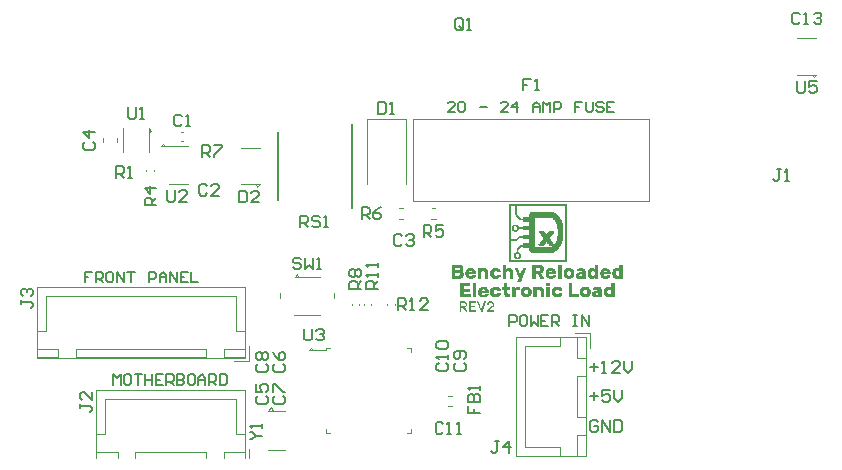
<source format=gto>
%FSLAX23Y23*%
%MOIN*%
%SFA1B1*%

%IPPOS*%
%ADD10C,0.004720*%
%ADD11C,0.007870*%
%ADD12C,0.003940*%
%ADD13C,0.007090*%
%LNbenchyeloadpcb-1*%
%LPD*%
G36*
X2038Y1054D02*
X2039D01*
Y1053*
X2040*
Y1052*
X2039*
Y863*
X2040*
Y862*
X2039*
Y861*
X2038*
Y861*
X2037*
Y861*
X1848*
Y861*
X1847*
Y861*
X1846*
Y862*
X1846*
Y863*
X1846*
Y871*
Y872*
Y1052*
X1846*
Y1053*
X1846*
Y1054*
X1847*
Y1055*
X1848*
Y1054*
X2037*
Y1055*
X2038*
Y1054*
G37*
G36*
X1981Y792D02*
X1981Y792D01*
X1981Y791*
X1982Y791*
X1982Y791*
X1982Y790*
X1982Y790*
Y783*
Y783*
Y783*
X1982Y783*
X1982Y782*
X1981Y782*
X1981Y782*
X1981Y782*
X1981Y782*
X1980Y781*
X1972*
X1971Y782*
X1971Y782*
X1971Y782*
X1971Y782*
X1970Y782*
X1970Y783*
X1970Y783*
Y790*
Y790*
Y790*
X1970Y790*
X1970Y791*
X1971Y791*
X1971Y791*
X1971Y791*
X1971Y792*
X1972Y792*
X1980*
X1981Y792*
G37*
G36*
X2197Y790D02*
X2197Y790D01*
X2198Y790*
X2198Y790*
X2198Y790*
X2198Y789*
X2198Y789*
Y745*
Y745*
Y745*
X2198Y745*
X2198Y744*
X2198Y744*
X2197Y744*
X2197Y744*
X2197Y743*
X2196Y743*
X2188*
X2188Y743*
X2187Y744*
X2187Y744*
X2187Y744*
X2187Y744*
X2187Y745*
X2187Y745*
Y747*
X2187Y747*
X2186Y746*
X2186Y746*
X2186Y746*
X2185Y745*
X2184Y745*
X2184Y745*
X2184Y744*
X2184Y744*
X2184Y744*
X2183Y744*
X2183Y744*
X2182Y743*
X2182Y743*
X2182*
X2181Y743*
X2181Y743*
X2181Y743*
X2180Y743*
X2179Y743*
X2178Y743*
X2177*
X2176Y743*
X2176Y743*
X2175Y743*
X2174Y743*
X2174Y743*
X2173Y743*
X2172Y744*
X2171Y744*
X2170Y744*
X2169Y745*
X2168Y745*
X2168Y746*
X2167Y747*
X2167Y747*
X2167Y747*
X2166Y747*
X2166Y747*
X2166Y748*
X2166Y748*
X2165Y749*
X2165Y749*
X2164Y750*
X2164Y751*
X2164Y752*
X2163Y753*
X2163Y754*
X2163Y755*
X2163Y757*
X2162Y758*
X2162Y761*
X2162Y763*
Y763*
Y764*
X2163Y764*
X2163Y764*
X2163Y765*
X2163Y766*
X2163Y767*
X2163Y767*
X2163Y768*
X2164Y769*
X2164Y770*
X2164Y771*
X2165Y772*
X2165Y773*
X2166Y774*
X2167Y775*
X2167Y775*
X2167Y775*
X2167Y775*
X2168Y775*
X2168Y775*
X2168Y776*
X2169Y776*
X2170Y777*
X2170Y777*
X2171Y777*
X2172Y778*
X2173Y778*
X2174Y778*
X2175Y778*
X2176Y778*
X2177Y778*
X2178*
X2179Y778*
X2179Y778*
X2180Y778*
X2181Y778*
X2182Y778*
X2183Y777*
X2183Y777*
X2183Y777*
X2184Y777*
X2184Y777*
X2185Y776*
X2185Y776*
X2186Y775*
X2186Y775*
Y789*
Y789*
Y789*
X2186Y789*
X2186Y789*
X2187Y790*
X2187Y790*
X2187Y790*
X2187Y790*
X2188Y790*
X2196*
X2197Y790*
G37*
G36*
X1949Y778D02*
X1950Y778D01*
X1951Y778*
X1951Y778*
X1952Y778*
X1953Y778*
X1954Y778*
X1955Y777*
X1956Y777*
X1956Y776*
X1957Y776*
X1958Y775*
X1959Y775*
X1959Y775*
X1959Y775*
X1959Y774*
X1959Y774*
X1960Y774*
X1960Y773*
X1960Y773*
X1961Y772*
X1961Y771*
X1961Y770*
X1962Y769*
X1962Y768*
X1962Y767*
X1963Y766*
X1963Y765*
X1963Y763*
Y745*
Y745*
Y745*
X1963Y745*
X1962Y744*
X1962Y744*
X1962Y744*
X1962Y744*
X1961Y743*
X1961Y743*
X1952*
X1952Y743*
X1952Y744*
X1951Y744*
X1951Y744*
X1951Y744*
X1951Y745*
X1951Y745*
Y762*
Y762*
Y762*
Y762*
Y762*
X1951Y763*
X1951Y764*
X1950Y764*
X1950Y765*
X1950Y766*
X1949Y767*
X1949Y767*
X1949Y767*
X1949Y767*
X1948Y767*
X1948Y768*
X1947Y768*
X1946Y768*
X1945Y768*
X1945*
X1944Y768*
X1943Y768*
X1943Y768*
X1942Y767*
X1941Y767*
X1941Y767*
X1941Y766*
X1940Y766*
X1940Y766*
X1940Y765*
X1940Y765*
X1939Y764*
X1939Y763*
X1939Y762*
Y745*
Y745*
Y745*
X1939Y745*
X1939Y744*
X1939Y744*
X1939Y744*
X1938Y744*
X1938Y743*
X1937Y743*
X1929*
X1929Y743*
X1928Y744*
X1928Y744*
X1928Y744*
X1928Y744*
X1927Y745*
X1927Y745*
Y776*
Y776*
Y776*
X1927Y777*
X1928Y777*
X1928Y777*
X1928Y777*
X1928Y778*
X1929Y778*
X1929Y778*
X1937*
X1938Y778*
X1938Y778*
X1938Y777*
X1939Y777*
X1939Y777*
X1939Y777*
X1939Y776*
Y775*
X1939Y775*
X1939Y775*
X1939Y775*
X1940Y775*
X1940Y775*
X1940Y776*
X1941Y776*
X1941Y777*
X1942Y777*
X1943Y777*
X1943Y778*
X1944Y778*
X1945Y778*
X1946Y778*
X1947Y778*
X1948Y778*
X1949*
X1949Y778*
G37*
G36*
X1880Y778D02*
X1881Y778D01*
X1881Y777*
X1881Y777*
X1882Y777*
X1882Y777*
X1882Y776*
Y769*
Y769*
Y769*
X1882Y769*
X1882Y768*
X1881Y768*
X1881Y768*
X1881Y768*
X1881Y768*
X1880Y768*
X1873*
X1873Y767*
X1872Y767*
X1872Y767*
X1871Y767*
X1870Y767*
X1869Y766*
X1869Y766*
X1869Y766*
X1869Y765*
X1869Y765*
X1868Y764*
X1868Y763*
X1868Y762*
X1868Y761*
Y745*
Y745*
Y745*
X1868Y745*
X1868Y744*
X1867Y744*
X1867Y744*
X1867Y744*
X1867Y743*
X1866Y743*
X1858*
X1857Y743*
X1857Y744*
X1856Y744*
X1856Y744*
X1856Y744*
X1856Y745*
X1856Y745*
Y776*
Y776*
Y776*
X1856Y777*
X1856Y777*
X1856Y777*
X1857Y777*
X1857Y778*
X1857Y778*
X1858Y778*
X1866*
X1866Y778*
X1866Y778*
X1867Y777*
X1867Y777*
X1867Y777*
X1867Y777*
X1867Y776*
Y775*
X1867Y775*
X1867Y775*
X1868Y775*
X1868Y775*
X1868Y775*
X1869Y776*
X1869Y776*
X1870Y776*
X1870Y777*
X1871Y777*
X1872Y777*
X1872Y777*
X1873Y777*
X1874Y778*
X1875Y778*
X1876Y778*
X1880*
X1880Y778*
G37*
G36*
X2007Y778D02*
X2008D01*
X2009Y778*
X2009Y778*
X2010Y778*
X2012Y778*
X2013Y778*
X2015Y777*
X2016Y777*
X2017Y776*
X2017*
X2017Y776*
X2017Y776*
X2017Y776*
X2018Y776*
X2018Y775*
X2019Y775*
X2020Y774*
X2021Y773*
X2021Y772*
X2022Y771*
Y771*
X2022Y771*
X2022Y771*
X2022Y771*
X2023Y770*
X2023Y769*
X2023Y769*
X2024Y768*
X2024Y767*
X2024Y766*
Y766*
Y766*
X2024Y766*
X2024Y765*
X2024Y765*
X2023Y765*
X2023Y765*
X2023Y765*
X2023Y765*
X2022Y764*
X2013*
X2013Y765*
X2013Y765*
X2012Y765*
X2012Y765*
X2012Y765*
X2012Y765*
X2012Y766*
X2012Y766*
X2011Y766*
X2011Y766*
X2011Y766*
X2011Y767*
X2010Y767*
X2010Y767*
X2010Y768*
X2009Y768*
X2009Y768*
X2009Y768*
X2009Y768*
X2008Y768*
X2008Y768*
X2007Y768*
X2006*
X2005Y768*
X2005Y768*
X2004Y768*
X2003Y768*
X2003Y767*
X2002Y767*
X2002Y767*
X2002Y766*
X2002Y766*
X2001Y766*
X2001Y765*
X2001Y765*
X2000Y764*
X2000Y763*
Y763*
Y763*
Y763*
Y762*
X2000Y762*
Y762*
Y761*
Y761*
Y761*
Y760*
Y760*
Y760*
Y759*
X2000Y759*
Y758*
Y758*
X2000Y758*
X2000Y757*
X2001Y757*
X2001Y756*
X2001Y756*
X2002Y755*
X2002Y754*
X2002Y754*
X2002Y754*
X2003Y754*
X2003Y754*
X2004Y753*
X2005Y753*
X2005Y753*
X2006Y753*
X2007*
X2007Y753*
X2007*
X2008Y753*
X2009Y753*
X2009Y753*
X2010Y754*
X2010Y754*
X2010Y754*
X2010Y754*
X2010Y754*
X2011Y755*
X2012Y755*
Y755*
X2012Y755*
X2012Y756*
X2012Y756*
X2012Y756*
X2012Y756*
X2013Y757*
X2013Y757*
X2013Y757*
X2022*
X2023Y757*
X2023Y756*
X2023Y756*
X2024Y756*
X2024Y756*
X2024Y755*
X2024Y755*
Y755*
Y755*
X2024Y754*
X2024Y754*
X2024Y753*
X2023Y752*
X2023Y751*
X2022Y750*
Y750*
X2022Y750*
X2022Y750*
X2022Y750*
X2022Y749*
X2021Y748*
X2020Y748*
X2019Y747*
X2018Y746*
X2017Y745*
X2017*
X2017Y745*
X2016Y745*
X2016Y745*
X2016Y744*
X2015Y744*
X2015Y744*
X2014Y744*
X2013Y744*
X2012Y743*
X2012Y743*
X2011Y743*
X2010Y743*
X2009Y743*
X2008Y743*
X2006Y743*
X2006*
X2006Y743*
X2005*
X2005Y743*
X2004Y743*
X2003Y743*
X2002Y743*
X2000Y743*
X1999Y744*
X1997Y745*
X1997*
X1997Y745*
X1997Y745*
X1997Y745*
X1996Y745*
X1996Y745*
X1995Y746*
X1994Y747*
X1993Y748*
X1992Y749*
X1991Y750*
Y750*
X1991Y750*
X1991Y750*
X1990Y751*
X1990Y751*
X1990Y751*
X1990Y752*
X1990Y752*
X1989Y753*
X1989Y755*
X1988Y756*
X1988Y758*
X1988Y761*
X1988Y763*
Y763*
Y763*
X1988Y764*
Y764*
X1988Y764*
X1988Y765*
X1989Y765*
X1989Y766*
X1989Y767*
X1989Y769*
X1990Y770*
X1991Y771*
X1991Y771*
X1991Y771*
X1991Y772*
X1991Y772*
X1992Y772*
X1993Y773*
X1994Y774*
X1995Y775*
X1996Y776*
X1997Y777*
X1997*
X1997Y777*
X1998Y777*
X1998Y777*
X1998Y777*
X1999Y777*
X1999Y777*
X2000Y778*
X2001Y778*
X2001Y778*
X2003Y778*
X2005Y778*
X2006Y778*
X2007*
X2007Y778*
G37*
G36*
X1802D02*
X1803D01*
X1803Y778*
X1804Y778*
X1805Y778*
X1806Y778*
X1808Y778*
X1810Y777*
X1811Y777*
X1811Y776*
X1811*
X1812Y776*
X1812Y776*
X1812Y776*
X1812Y776*
X1813Y775*
X1814Y775*
X1815Y774*
X1815Y773*
X1816Y772*
X1817Y771*
Y771*
X1817Y771*
X1817Y771*
X1817Y771*
X1818Y770*
X1818Y769*
X1818Y769*
X1818Y768*
X1819Y767*
X1819Y766*
Y766*
Y766*
X1819Y766*
X1819Y765*
X1818Y765*
X1818Y765*
X1818Y765*
X1818Y765*
X1817Y765*
X1817Y764*
X1808*
X1808Y765*
X1808Y765*
X1807Y765*
X1807Y765*
X1807Y765*
X1807Y765*
X1806Y766*
X1806Y766*
X1806Y766*
X1806Y766*
X1806Y766*
X1806Y767*
X1805Y767*
X1805Y767*
X1804Y768*
X1804Y768*
X1804Y768*
X1804Y768*
X1803Y768*
X1803Y768*
X1803Y768*
X1802Y768*
X1801*
X1800Y768*
X1800Y768*
X1799Y768*
X1798Y768*
X1798Y767*
X1797Y767*
X1797Y767*
X1797Y766*
X1796Y766*
X1796Y766*
X1796Y765*
X1795Y765*
X1795Y764*
X1795Y763*
Y763*
Y763*
Y763*
Y762*
X1795Y762*
Y762*
Y761*
Y761*
Y761*
Y760*
Y760*
Y760*
Y759*
X1795Y759*
Y758*
Y758*
X1795Y758*
X1795Y757*
X1795Y757*
X1796Y756*
X1796Y756*
X1796Y755*
X1797Y754*
X1797Y754*
X1797Y754*
X1798Y754*
X1798Y754*
X1799Y753*
X1799Y753*
X1800Y753*
X1801Y753*
X1801*
X1802Y753*
X1802*
X1803Y753*
X1803Y753*
X1804Y753*
X1804Y754*
X1804Y754*
X1805Y754*
X1805Y754*
X1805Y754*
X1806Y755*
X1806Y755*
Y755*
X1806Y755*
X1807Y756*
X1807Y756*
X1807Y756*
X1807Y756*
X1808Y757*
X1808Y757*
X1808Y757*
X1817*
X1817Y757*
X1818Y756*
X1818Y756*
X1818Y756*
X1819Y756*
X1819Y755*
X1819Y755*
Y755*
Y755*
X1819Y754*
X1819Y754*
X1818Y753*
X1818Y752*
X1818Y751*
X1817Y750*
Y750*
X1817Y750*
X1817Y750*
X1817Y750*
X1816Y749*
X1816Y748*
X1815Y748*
X1814Y747*
X1813Y746*
X1812Y745*
X1811*
X1811Y745*
X1811Y745*
X1811Y745*
X1810Y744*
X1810Y744*
X1809Y744*
X1809Y744*
X1808Y744*
X1807Y743*
X1806Y743*
X1806Y743*
X1804Y743*
X1803Y743*
X1802Y743*
X1801Y743*
X1801*
X1800Y743*
X1800*
X1799Y743*
X1799Y743*
X1798Y743*
X1797Y743*
X1795Y743*
X1794Y744*
X1792Y745*
X1792*
X1792Y745*
X1792Y745*
X1791Y745*
X1791Y745*
X1791Y745*
X1790Y746*
X1789Y747*
X1788Y748*
X1787Y749*
X1786Y750*
Y750*
X1786Y750*
X1785Y750*
X1785Y751*
X1785Y751*
X1785Y751*
X1785Y752*
X1784Y752*
X1784Y753*
X1784Y755*
X1783Y756*
X1783Y758*
X1783Y761*
X1783Y763*
Y763*
Y763*
X1783Y764*
Y764*
X1783Y764*
X1783Y765*
X1783Y765*
X1784Y766*
X1784Y767*
X1784Y769*
X1785Y770*
X1786Y771*
X1786Y771*
X1786Y771*
X1786Y772*
X1786Y772*
X1787Y772*
X1787Y773*
X1788Y774*
X1789Y775*
X1791Y776*
X1792Y777*
X1792*
X1792Y777*
X1793Y777*
X1793Y777*
X1793Y777*
X1794Y777*
X1794Y777*
X1795Y778*
X1795Y778*
X1796Y778*
X1798Y778*
X1799Y778*
X1801Y778*
X1802*
X1802Y778*
G37*
G36*
X2142D02*
X2143Y778D01*
X2143Y778*
X2144Y778*
X2145Y778*
X2147Y778*
X2148Y777*
X2149Y777*
X2150Y777*
X2151Y776*
X2152Y776*
X2152Y775*
X2152Y775*
X2153Y775*
X2153Y774*
X2153Y774*
X2153Y774*
X2154Y773*
X2154Y773*
X2154Y772*
X2155Y772*
X2155Y771*
X2155Y770*
X2156Y769*
X2156Y768*
X2156Y767*
X2156Y766*
X2156Y765*
Y745*
Y745*
Y745*
X2156Y745*
X2156Y744*
X2156Y744*
X2156Y744*
X2155Y744*
X2155Y743*
X2155Y743*
X2146*
X2146Y743*
X2145Y744*
X2145Y744*
X2145Y744*
X2145Y744*
X2145Y745*
X2144Y745*
Y747*
X2144Y747*
X2144Y747*
X2144Y746*
X2143Y746*
X2143Y745*
X2142Y745*
X2141Y744*
X2140Y744*
X2140Y744*
X2140Y744*
X2139Y743*
X2139Y743*
X2138Y743*
X2137Y743*
X2136Y743*
X2134Y743*
X2134*
X2133Y743*
X2133Y743*
X2132Y743*
X2132Y743*
X2131Y743*
X2130Y743*
X2128Y744*
X2128Y744*
X2127Y745*
X2126Y745*
X2126Y746*
X2126Y746*
X2125Y746*
X2125Y746*
X2125Y746*
X2125Y746*
X2125Y747*
X2124Y747*
X2124Y748*
X2123Y749*
X2123Y750*
X2123Y751*
X2123Y751*
X2123Y752*
X2122Y753*
Y753*
Y753*
Y754*
X2123Y754*
X2123Y754*
X2123Y755*
X2123Y756*
X2123Y757*
X2124Y758*
X2124Y758*
X2124Y759*
X2125Y759*
X2125Y760*
X2126Y760*
X2126Y761*
X2126Y761*
X2126Y761*
X2127Y761*
X2127Y761*
X2127Y761*
X2128Y762*
X2129Y762*
X2129Y762*
X2130Y763*
X2131Y763*
X2132Y763*
X2133Y764*
X2134Y764*
X2135Y764*
X2137Y765*
X2144Y766*
Y766*
Y766*
Y766*
X2144Y766*
X2144Y767*
X2144Y768*
X2144Y768*
X2144Y768*
X2143Y769*
X2143Y769*
X2142Y769*
X2142Y769*
X2141Y769*
X2141Y770*
X2140*
X2140Y769*
X2139Y769*
X2139Y769*
X2138Y769*
X2138Y769*
X2137Y768*
X2137Y768*
X2137Y768*
X2136Y768*
X2136Y768*
X2136*
X2136Y768*
X2135Y768*
X2126*
X2126Y768*
X2126Y768*
X2125Y768*
X2125Y768*
X2125Y768*
X2125Y769*
X2125Y769*
Y769*
X2125Y769*
X2125Y770*
X2125Y770*
X2125Y771*
X2126Y772*
X2126Y772*
X2127Y773*
X2127Y773*
X2127Y774*
X2128Y774*
X2129Y775*
X2129Y775*
X2130Y776*
X2131Y776*
X2133Y777*
X2133*
X2133Y777*
X2133Y777*
X2133Y777*
X2134Y777*
X2134Y777*
X2135Y778*
X2135Y778*
X2136Y778*
X2138Y778*
X2139Y778*
X2141Y778*
X2141*
X2142Y778*
G37*
G36*
X2056Y790D02*
X2056Y790D01*
X2056Y789*
X2056Y789*
X2057Y789*
X2057Y789*
X2057Y788*
Y754*
X2077*
X2078Y754*
X2078Y754*
X2078Y753*
X2078Y753*
X2079Y753*
X2079Y753*
X2079Y752*
Y745*
Y745*
Y745*
X2079Y745*
X2079Y744*
X2078Y744*
X2078Y744*
X2078Y744*
X2078Y743*
X2077Y743*
X2046*
X2046Y743*
X2046Y744*
X2045Y744*
X2045Y744*
X2045Y744*
X2045Y745*
X2045Y745*
Y788*
Y788*
Y788*
X2045Y788*
X2045Y789*
X2045Y789*
X2045Y789*
X2045Y789*
X2046Y790*
X2046Y790*
X2055*
X2056Y790*
G37*
G36*
X1981Y778D02*
X1981Y778D01*
X1981Y777*
X1982Y777*
X1982Y777*
X1982Y777*
X1982Y776*
Y745*
Y745*
Y745*
X1982Y745*
X1982Y744*
X1981Y744*
X1981Y744*
X1981Y744*
X1981Y743*
X1980Y743*
X1972*
X1971Y743*
X1971Y744*
X1971Y744*
X1971Y744*
X1970Y744*
X1970Y745*
X1970Y745*
Y776*
Y776*
Y776*
X1970Y777*
X1970Y777*
X1971Y777*
X1971Y777*
X1971Y778*
X1971Y778*
X1972Y778*
X1980*
X1981Y778*
G37*
G36*
X1839Y790D02*
X1839Y790D01*
X1840Y790*
X1840Y790*
X1840Y790*
X1840Y789*
X1840Y789*
Y778*
X1848*
X1848Y778*
X1849Y778*
X1849Y777*
X1849Y777*
X1849Y777*
X1850Y777*
X1850Y776*
Y769*
Y769*
Y769*
X1850Y769*
X1849Y768*
X1849Y768*
X1849Y768*
X1849Y768*
X1848Y768*
X1848Y768*
X1840*
Y757*
Y757*
Y757*
Y757*
X1840Y756*
X1841Y756*
X1841Y755*
X1841Y755*
X1842Y754*
X1842Y754*
X1842Y754*
X1843Y754*
X1843Y754*
X1849*
X1849Y754*
X1849Y753*
X1850Y753*
X1850Y753*
X1850Y753*
X1850Y752*
X1850Y752*
Y745*
Y745*
Y745*
X1850Y745*
X1850Y744*
X1850Y744*
X1850Y744*
X1849Y744*
X1849Y743*
X1849Y743*
X1842*
X1841Y743*
X1841Y743*
X1840Y744*
X1839Y744*
X1839Y744*
X1837Y744*
X1836Y745*
X1835Y745*
X1834Y745*
X1834Y746*
X1833Y746*
X1832Y747*
X1832Y747*
X1832Y747*
X1832Y747*
X1832Y748*
X1831Y748*
X1831Y748*
X1831Y749*
X1830Y749*
X1830Y750*
X1830Y751*
X1829Y751*
X1829Y752*
X1829Y753*
X1829Y754*
X1828Y755*
X1828Y756*
Y768*
X1823*
X1823Y768*
X1823Y768*
X1822Y768*
X1822Y768*
X1822Y768*
X1822Y769*
X1822Y769*
Y776*
Y776*
Y776*
X1822Y777*
X1822Y777*
X1822Y777*
X1822Y777*
X1823Y778*
X1823Y778*
X1824Y778*
X1828*
Y789*
Y789*
Y789*
X1828Y789*
X1829Y789*
X1829Y790*
X1829Y790*
X1829Y790*
X1830Y790*
X1830Y790*
X1839*
X1839Y790*
G37*
G36*
X1735D02*
X1736Y790D01*
X1736Y790*
X1736Y790*
X1736Y790*
X1736Y789*
X1737Y789*
Y745*
Y745*
Y745*
X1736Y745*
X1736Y744*
X1736Y744*
X1736Y744*
X1736Y744*
X1735Y743*
X1735Y743*
X1726*
X1726Y743*
X1726Y744*
X1725Y744*
X1725Y744*
X1725Y744*
X1725Y745*
X1725Y745*
Y789*
Y789*
Y789*
X1725Y789*
X1725Y789*
X1725Y790*
X1725Y790*
X1725Y790*
X1726Y790*
X1726Y790*
X1735*
X1735Y790*
G37*
G36*
X1716Y790D02*
X1716Y789D01*
X1717Y789*
X1717Y789*
X1717Y789*
X1717Y788*
X1717Y788*
Y788*
Y788*
Y781*
X1717Y780*
X1717Y780*
X1717Y780*
X1717Y780*
X1716Y779*
X1716Y779*
X1716Y779*
X1695*
Y772*
X1714*
X1714Y772*
X1715Y772*
X1715Y772*
X1715Y771*
X1716Y771*
X1716Y771*
X1716Y770*
Y770*
Y770*
Y763*
X1716Y763*
X1716Y762*
X1715Y762*
X1715Y762*
X1715Y762*
X1714Y761*
X1714Y761*
X1695*
Y754*
X1716*
X1717Y754*
X1717Y754*
X1717Y754*
X1717Y753*
X1718Y753*
X1718Y753*
X1718Y752*
Y752*
Y752*
Y745*
X1718Y745*
X1717Y744*
X1717Y744*
X1717Y744*
X1717Y744*
X1716Y743*
X1716Y743*
X1685*
X1684Y743*
X1684Y744*
X1683Y744*
X1683Y744*
X1683Y744*
X1683Y745*
X1683Y745*
Y745*
Y745*
Y788*
X1683Y789*
X1683Y789*
X1683Y789*
X1683Y789*
X1684Y790*
X1684Y790*
X1684Y790*
X1715*
X1716Y790*
G37*
G36*
X2101Y778D02*
X2102D01*
X2102Y778*
X2103Y778*
X2104Y778*
X2105Y778*
X2107Y778*
X2108Y777*
X2110Y776*
X2110*
X2110Y776*
X2110Y776*
X2110Y776*
X2111Y776*
X2111Y776*
X2112Y775*
X2113Y774*
X2114Y773*
X2115Y772*
X2116Y771*
X2116Y771*
X2116Y771*
X2116Y770*
X2116Y770*
X2117Y770*
X2117Y770*
X2117Y769*
X2117Y769*
X2118Y767*
X2118Y766*
X2118Y765*
X2118Y763*
Y763*
Y763*
Y763*
X2118Y763*
Y762*
Y762*
Y761*
Y761*
Y761*
Y760*
Y760*
Y760*
Y759*
X2118Y758*
Y758*
Y758*
Y758*
X2118Y758*
Y757*
X2118Y757*
X2118Y756*
X2118Y756*
X2118Y755*
X2118Y754*
X2117Y753*
X2117Y752*
X2116Y750*
Y750*
X2116Y750*
X2116Y750*
X2116Y750*
X2115Y749*
X2114Y748*
X2113Y747*
X2112Y746*
X2111Y746*
X2110Y745*
X2110*
X2110Y745*
X2109Y745*
X2109Y744*
X2109Y744*
X2108Y744*
X2108Y744*
X2107Y744*
X2106Y744*
X2106Y743*
X2104Y743*
X2102Y743*
X2100Y743*
X2100*
X2100Y743*
X2099*
X2099Y743*
X2098Y743*
X2097Y743*
X2096Y743*
X2094Y744*
X2093Y744*
X2091Y745*
X2091*
X2091Y745*
X2091Y745*
X2090Y745*
X2090Y745*
X2090Y746*
X2089Y746*
X2088Y747*
X2087Y748*
X2086Y749*
X2085Y750*
Y750*
X2085Y750*
X2085Y751*
X2084Y751*
X2084Y751*
X2084Y752*
X2084Y752*
X2084Y753*
X2083Y754*
X2083Y755*
X2082Y756*
X2082Y758*
X2082Y761*
X2082Y763*
Y763*
Y763*
X2082Y764*
Y764*
X2082Y764*
X2082Y765*
X2083Y765*
X2083Y766*
X2083Y767*
X2083Y768*
X2084Y770*
X2085Y771*
X2085Y771*
X2085Y771*
X2085Y771*
X2085Y771*
X2086Y772*
X2086Y773*
X2087Y774*
X2088Y775*
X2090Y776*
X2091Y776*
X2091*
X2091Y777*
X2092Y777*
X2092Y777*
X2092Y777*
X2093Y777*
X2093Y777*
X2094Y777*
X2094Y778*
X2095Y778*
X2097Y778*
X2098Y778*
X2100Y778*
X2101*
X2101Y778*
G37*
G36*
X1904D02*
X1904D01*
X1905Y778*
X1905Y778*
X1906Y778*
X1908Y778*
X1909Y778*
X1911Y777*
X1912Y776*
X1912*
X1912Y776*
X1913Y776*
X1913Y776*
X1913Y776*
X1914Y776*
X1915Y775*
X1916Y774*
X1917Y773*
X1918Y772*
X1919Y771*
X1919Y771*
X1919Y771*
X1919Y770*
X1919Y770*
X1919Y770*
X1919Y770*
X1920Y769*
X1920Y769*
X1920Y767*
X1921Y766*
X1921Y765*
X1921Y763*
Y763*
Y763*
Y763*
X1921Y763*
Y762*
Y762*
Y761*
Y761*
Y761*
Y760*
Y760*
Y760*
Y759*
X1921Y758*
Y758*
Y758*
Y758*
X1921Y758*
Y757*
X1921Y757*
X1921Y756*
X1921Y756*
X1921Y755*
X1920Y754*
X1920Y753*
X1919Y752*
X1919Y750*
Y750*
X1918Y750*
X1918Y750*
X1918Y750*
X1918Y749*
X1917Y748*
X1916Y747*
X1915Y746*
X1914Y746*
X1912Y745*
X1912*
X1912Y745*
X1912Y745*
X1912Y744*
X1911Y744*
X1911Y744*
X1910Y744*
X1910Y744*
X1909Y744*
X1908Y743*
X1907Y743*
X1905Y743*
X1903Y743*
X1903*
X1902Y743*
X1902*
X1901Y743*
X1901Y743*
X1900Y743*
X1898Y743*
X1897Y744*
X1895Y744*
X1894Y745*
X1894*
X1894Y745*
X1893Y745*
X1893Y745*
X1893Y745*
X1892Y746*
X1891Y746*
X1890Y747*
X1889Y748*
X1888Y749*
X1887Y750*
Y750*
X1887Y750*
X1887Y751*
X1887Y751*
X1887Y751*
X1887Y752*
X1886Y752*
X1886Y753*
X1886Y754*
X1885Y755*
X1885Y756*
X1885Y758*
X1885Y761*
X1885Y763*
Y763*
Y763*
X1885Y764*
Y764*
X1885Y764*
X1885Y765*
X1885Y765*
X1885Y766*
X1886Y767*
X1886Y768*
X1887Y770*
X1887Y771*
X1887Y771*
X1887Y771*
X1888Y771*
X1888Y771*
X1888Y772*
X1889Y773*
X1890Y774*
X1891Y775*
X1892Y776*
X1894Y776*
X1894*
X1894Y777*
X1894Y777*
X1894Y777*
X1895Y777*
X1895Y777*
X1896Y777*
X1896Y777*
X1897Y778*
X1898Y778*
X1899Y778*
X1901Y778*
X1903Y778*
X1904*
X1904Y778*
G37*
G36*
X1762D02*
X1762D01*
X1763Y778*
X1763Y778*
X1764Y778*
X1766Y778*
X1767Y777*
X1769Y777*
X1770Y776*
X1771Y776*
X1771Y776*
X1771Y776*
X1771Y776*
X1771Y775*
X1772Y775*
X1772Y775*
X1773Y774*
X1774Y773*
X1775Y772*
X1776Y771*
X1777Y769*
Y769*
X1777Y769*
X1777Y769*
X1777Y768*
X1777Y768*
X1777Y768*
X1777Y767*
X1778Y766*
X1778Y765*
X1778Y764*
X1778Y762*
X1778Y760*
Y759*
Y759*
Y758*
X1778Y758*
X1778Y758*
X1778Y757*
X1778Y757*
X1778Y757*
X1777Y757*
X1777Y757*
X1755*
Y757*
Y757*
X1755Y756*
X1755Y756*
X1755Y755*
X1755Y755*
X1755Y754*
X1756Y753*
X1756Y753*
X1756Y753*
X1757Y753*
X1757Y752*
X1758Y752*
X1758Y752*
X1759Y752*
X1760Y752*
X1761Y752*
X1761*
X1762Y752*
X1762Y752*
X1763Y752*
X1763Y752*
X1764Y752*
X1764*
X1764Y752*
X1764Y752*
X1764Y752*
X1765Y753*
X1766Y753*
X1766Y753*
X1766Y753*
X1766Y753*
X1766Y754*
X1767Y754*
X1767Y754*
X1767Y754*
X1767Y754*
X1777*
X1777Y754*
X1777Y754*
X1778Y754*
X1778Y754*
X1778Y753*
X1778Y753*
X1778Y753*
Y753*
X1778Y752*
X1778Y752*
X1778Y752*
X1777Y751*
X1777Y750*
X1777Y750*
X1776Y749*
X1776Y749*
X1776Y748*
X1775Y748*
X1774Y747*
X1774Y747*
X1773Y746*
X1771Y745*
X1770Y745*
X1770*
X1770Y745*
X1770Y744*
X1769Y744*
X1769Y744*
X1768Y744*
X1768Y744*
X1767Y744*
X1767Y743*
X1766Y743*
X1765Y743*
X1764Y743*
X1763Y743*
X1761Y743*
X1760*
X1760Y743*
X1759*
X1758Y743*
X1758Y743*
X1757Y743*
X1756Y743*
X1755Y744*
X1754Y744*
X1752Y744*
X1751Y745*
X1750Y745*
X1749Y746*
X1748Y747*
X1747Y747*
X1747Y747*
X1747Y748*
X1747Y748*
X1747Y748*
X1746Y749*
X1746Y749*
X1745Y750*
X1745Y751*
X1745Y752*
X1744Y753*
X1744Y754*
X1743Y755*
X1743Y756*
X1743Y758*
X1743Y759*
X1743Y761*
Y761*
Y761*
Y761*
X1743Y761*
Y762*
X1743Y762*
X1743Y763*
X1743Y764*
X1743Y765*
X1744Y767*
X1744Y768*
X1745Y770*
Y770*
X1745Y770*
X1745Y770*
X1745Y770*
X1745Y771*
X1746Y771*
X1746Y772*
X1747Y773*
X1748Y774*
X1749Y775*
X1751Y776*
X1751Y776*
X1751Y776*
X1751Y776*
X1752Y777*
X1752Y777*
X1752Y777*
X1753Y777*
X1754Y777*
X1754Y778*
X1755Y778*
X1756Y778*
X1757Y778*
X1759Y778*
X1761Y778*
X1761*
X1762Y778*
G37*
G36*
X1768Y729D02*
X1768Y729D01*
X1769Y729*
X1769Y729*
X1769Y729*
X1769Y729*
X1769Y728*
Y728*
Y728*
X1769Y728*
X1769Y728*
X1758Y696*
Y696*
X1758Y696*
X1758Y696*
X1758Y696*
X1757Y695*
X1757Y695*
X1757*
X1757Y695*
X1757Y695*
X1757Y695*
X1756Y695*
X1756Y695*
X1756Y694*
X1755Y694*
X1753*
X1753Y694*
X1753Y695*
X1752Y695*
X1752Y695*
X1751Y695*
X1751Y696*
X1751Y696*
X1751Y696*
X1740Y728*
Y728*
X1740Y728*
X1740Y728*
X1740Y728*
Y728*
Y728*
X1740Y728*
X1740Y729*
X1740Y729*
X1740Y729*
X1740Y729*
X1741Y729*
X1741Y729*
X1743*
X1743Y729*
X1744Y729*
X1744Y729*
X1744Y729*
X1744Y728*
X1745Y728*
X1754Y699*
X1764Y728*
X1764Y728*
X1764Y728*
X1764Y728*
X1764Y729*
X1765Y729*
X1765Y729*
X1765Y729*
X1766Y729*
X1768*
X1768Y729*
G37*
G36*
X1786Y730D02*
X1786D01*
X1786Y730*
X1787Y730*
X1787Y730*
X1788Y729*
X1789Y729*
X1790Y729*
X1791Y728*
X1791*
X1791Y728*
X1791Y728*
X1792Y728*
X1792Y728*
X1793Y727*
X1793Y727*
X1794Y726*
X1794Y725*
X1795Y725*
Y724*
X1795Y724*
X1795Y724*
X1795Y724*
X1795Y724*
X1795Y724*
X1796Y723*
X1796Y722*
X1796Y721*
X1796Y720*
X1796Y719*
Y719*
Y719*
Y719*
Y719*
X1796Y718*
Y718*
X1796Y717*
X1796Y716*
X1796Y716*
X1796Y715*
X1795Y714*
Y714*
X1795Y714*
X1795Y714*
X1795Y713*
X1795Y713*
X1794Y712*
X1794Y712*
X1793Y711*
X1792Y710*
X1792Y709*
X1780Y699*
X1796*
X1796Y699*
X1796Y699*
X1797Y698*
X1797Y698*
X1797Y698*
X1797Y698*
X1797Y698*
Y696*
Y696*
Y696*
X1797Y695*
X1797Y695*
X1797Y695*
X1797Y695*
X1796Y695*
X1796Y694*
X1796Y694*
X1774*
X1774Y694*
X1774Y695*
X1773Y695*
X1773Y695*
X1773Y695*
X1773Y695*
X1773Y696*
Y698*
Y698*
Y698*
X1773Y698*
X1773Y698*
X1773Y698*
X1773Y699*
X1773Y699*
X1774Y699*
X1774Y699*
X1789Y713*
X1789Y713*
X1789Y713*
X1789Y713*
X1789Y714*
X1790Y714*
X1790Y715*
X1791Y715*
X1791Y716*
X1791Y716*
X1791Y716*
X1791Y716*
X1791Y717*
X1791Y717*
X1791Y718*
X1791Y718*
X1792Y719*
Y719*
Y719*
Y719*
X1791Y720*
Y720*
X1791Y720*
X1791Y721*
X1791Y721*
X1791Y722*
X1790Y723*
X1790Y724*
X1790Y724*
X1790Y724*
X1789Y724*
X1789Y724*
X1788Y725*
X1787Y725*
X1786Y725*
X1785Y725*
X1785*
X1785Y725*
X1784*
X1784Y725*
X1783Y725*
X1783Y725*
X1782Y725*
X1781Y724*
X1780Y724*
X1780Y724*
X1780Y723*
X1780Y723*
X1779Y722*
X1779Y722*
X1779Y721*
X1778Y720*
X1778Y719*
Y719*
X1778Y719*
X1778Y719*
X1778Y719*
X1778Y718*
X1777Y718*
X1777Y718*
X1777Y718*
X1777Y718*
X1774*
X1774Y718*
X1774Y718*
X1774Y718*
X1774Y718*
X1774Y718*
X1773Y719*
X1773Y719*
Y719*
Y719*
Y719*
X1773Y720*
X1773Y720*
X1773Y720*
X1774Y721*
X1774Y721*
X1774Y722*
X1774Y723*
X1775Y724*
Y724*
X1775Y724*
X1775Y724*
X1775Y724*
X1775Y725*
X1776Y726*
X1777Y726*
X1777Y727*
X1778Y728*
X1779Y728*
X1779*
X1779Y728*
X1779Y728*
X1779Y728*
X1780Y729*
X1780Y729*
X1780Y729*
X1781Y729*
X1781Y729*
X1782Y729*
X1783Y730*
X1784Y730*
X1785Y730*
X1785*
X1786Y730*
G37*
G36*
X1734Y729D02*
X1735Y729D01*
X1735Y729*
X1735Y729*
X1735Y729*
X1735Y728*
X1735Y728*
Y728*
Y728*
Y726*
X1735Y726*
X1735Y725*
X1735Y725*
X1735Y725*
X1735Y725*
X1734Y725*
X1734Y725*
X1718*
Y714*
X1733*
X1733Y714*
X1734Y714*
X1734Y714*
X1734Y714*
X1734Y714*
X1734Y713*
X1734Y713*
Y713*
Y713*
Y711*
X1734Y711*
X1734Y710*
X1734Y710*
X1734Y710*
X1734Y710*
X1733Y710*
X1733Y710*
X1718*
Y699*
X1735*
X1735Y699*
X1735Y699*
X1735Y699*
X1735Y698*
X1736Y698*
X1736Y698*
X1736Y698*
Y698*
Y698*
Y696*
X1736Y695*
X1736Y695*
X1736Y695*
X1735Y695*
X1735Y695*
X1735Y694*
X1735Y694*
X1714*
X1714Y694*
X1714Y695*
X1713Y695*
X1713Y695*
X1713Y695*
X1713Y695*
X1713Y696*
Y696*
Y696*
Y728*
X1713Y728*
X1713Y729*
X1713Y729*
X1713Y729*
X1714Y729*
X1714Y729*
X1714Y729*
X1734*
X1734Y729*
G37*
G36*
X1695Y729D02*
X1695Y729D01*
X1696Y729*
X1696Y729*
X1697Y729*
X1698Y729*
X1699Y728*
X1700Y728*
X1701Y728*
X1701Y728*
X1702Y727*
X1703Y727*
X1703Y727*
X1703Y727*
X1703Y726*
X1703Y726*
X1703Y726*
X1704Y726*
X1704Y725*
X1704Y725*
X1705Y724*
X1705Y724*
X1705Y723*
X1705Y722*
X1706Y722*
X1706Y721*
X1706Y720*
X1706Y719*
Y719*
Y719*
Y719*
X1706Y718*
Y718*
X1706Y718*
X1706Y717*
X1706Y717*
X1706Y716*
X1705Y715*
X1705Y714*
X1704Y713*
X1704Y713*
X1704Y713*
X1704Y713*
X1704Y712*
X1704Y712*
X1704Y712*
X1703Y712*
X1703Y711*
X1702Y711*
X1701Y710*
X1700Y710*
X1699Y709*
X1706Y696*
X1706Y696*
X1706Y696*
X1706Y696*
X1707Y695*
Y695*
X1706Y695*
X1706Y695*
X1706Y695*
X1706Y695*
X1706Y695*
X1706Y694*
X1705Y694*
X1703*
X1703Y694*
X1703Y695*
X1703Y695*
X1702Y695*
X1702Y695*
X1701Y695*
X1701Y696*
X1694Y708*
X1685*
Y696*
Y696*
Y696*
X1685Y695*
X1685Y695*
X1685Y695*
X1685Y695*
X1685Y695*
X1684Y694*
X1684Y694*
X1682*
X1682Y694*
X1681Y695*
X1681Y695*
X1681Y695*
X1681Y695*
X1681Y695*
X1681Y696*
Y728*
Y728*
Y728*
X1681Y728*
X1681Y729*
X1681Y729*
X1681Y729*
X1681Y729*
X1682Y729*
X1682Y729*
X1695*
X1695Y729*
G37*
G36*
X2224Y852D02*
X2225Y852D01*
X2225Y852*
X2225Y851*
X2225Y851*
X2226Y851*
X2226Y850*
Y807*
Y807*
Y807*
X2226Y806*
X2226Y806*
X2225Y806*
X2225Y806*
X2225Y805*
X2224Y805*
X2224Y805*
X2216*
X2216Y805*
X2215Y805*
X2215Y806*
X2215Y806*
X2214Y806*
X2214Y806*
X2214Y807*
Y808*
X2214Y808*
X2214Y808*
X2214Y808*
X2214Y808*
X2213Y807*
X2212Y806*
X2212Y806*
X2212Y806*
X2212Y806*
X2211Y806*
X2211Y806*
X2211Y805*
X2210Y805*
X2209Y805*
X2209*
X2209Y805*
X2209Y805*
X2208Y805*
X2208Y805*
X2207Y805*
X2206Y804*
X2204*
X2204Y804*
X2203Y805*
X2203Y805*
X2202Y805*
X2201Y805*
X2200Y805*
X2200Y805*
X2199Y806*
X2198Y806*
X2197Y807*
X2196Y807*
X2195Y808*
X2194Y808*
X2194Y808*
X2194Y808*
X2194Y809*
X2194Y809*
X2193Y809*
X2193Y810*
X2193Y810*
X2192Y811*
X2192Y812*
X2192Y813*
X2191Y814*
X2191Y815*
X2191Y816*
X2190Y817*
X2190Y818*
X2190Y820*
X2190Y822*
X2190Y825*
Y825*
Y825*
X2190Y826*
X2190Y826*
X2190Y827*
X2190Y828*
X2191Y828*
X2191Y829*
X2191Y830*
X2191Y831*
X2192Y832*
X2192Y833*
X2193Y834*
X2193Y835*
X2194Y836*
X2194Y836*
X2195Y836*
X2195Y836*
X2195Y837*
X2195Y837*
X2196Y837*
X2196Y838*
X2197Y838*
X2197Y838*
X2198Y839*
X2199Y839*
X2200Y839*
X2201Y840*
X2202Y840*
X2203Y840*
X2204Y840*
X2205Y840*
X2205*
X2206Y840*
X2207Y840*
X2208Y840*
X2209Y840*
X2210Y839*
X2211Y839*
X2211Y839*
X2211Y839*
X2211Y839*
X2212Y838*
X2212Y838*
X2213Y837*
X2213Y837*
X2214Y836*
Y850*
Y850*
Y850*
X2214Y851*
X2214Y851*
X2214Y852*
X2214Y852*
X2215Y852*
X2215Y852*
X2216Y852*
X2224*
X2224Y852*
G37*
G36*
X2142D02*
X2142Y852D01*
X2143Y852*
X2143Y851*
X2143Y851*
X2143Y851*
X2143Y850*
Y807*
Y807*
Y807*
X2143Y806*
X2143Y806*
X2143Y806*
X2143Y806*
X2143Y805*
X2142Y805*
X2142Y805*
X2134*
X2133Y805*
X2133Y805*
X2132Y806*
X2132Y806*
X2132Y806*
X2132Y806*
X2132Y807*
Y808*
X2132Y808*
X2132Y808*
X2131Y808*
X2131Y808*
X2131Y807*
X2130Y806*
X2130Y806*
X2130Y806*
X2129Y806*
X2129Y806*
X2129Y806*
X2128Y805*
X2128Y805*
X2127Y805*
X2127*
X2127Y805*
X2126Y805*
X2126Y805*
X2125Y805*
X2124Y805*
X2124Y804*
X2122*
X2122Y804*
X2121Y805*
X2120Y805*
X2120Y805*
X2119Y805*
X2118Y805*
X2117Y805*
X2116Y806*
X2115Y806*
X2115Y807*
X2114Y807*
X2113Y808*
X2112Y808*
X2112Y808*
X2112Y808*
X2112Y809*
X2111Y809*
X2111Y809*
X2111Y810*
X2110Y810*
X2110Y811*
X2110Y812*
X2109Y813*
X2109Y814*
X2109Y815*
X2108Y816*
X2108Y817*
X2108Y818*
X2108Y820*
X2108Y822*
X2108Y825*
Y825*
Y825*
X2108Y826*
X2108Y826*
X2108Y827*
X2108Y828*
X2108Y828*
X2108Y829*
X2109Y830*
X2109Y831*
X2109Y832*
X2110Y833*
X2110Y834*
X2111Y835*
X2111Y836*
X2112Y836*
X2112Y836*
X2112Y836*
X2113Y837*
X2113Y837*
X2113Y837*
X2114Y838*
X2114Y838*
X2115Y838*
X2116Y839*
X2116Y839*
X2117Y839*
X2118Y840*
X2119Y840*
X2120Y840*
X2121Y840*
X2123Y840*
X2123*
X2124Y840*
X2125Y840*
X2125Y840*
X2126Y840*
X2127Y839*
X2128Y839*
X2128Y839*
X2128Y839*
X2129Y839*
X2129Y838*
X2130Y838*
X2130Y837*
X2131Y837*
X2131Y836*
Y850*
Y850*
Y850*
X2132Y851*
X2132Y851*
X2132Y852*
X2132Y852*
X2132Y852*
X2133Y852*
X2133Y852*
X2142*
X2142Y852*
G37*
G36*
X1764Y840D02*
X1765Y840D01*
X1765Y840*
X1766Y840*
X1767Y840*
X1767Y840*
X1768Y839*
X1769Y839*
X1770Y839*
X1771Y838*
X1772Y838*
X1773Y837*
X1773Y836*
X1773Y836*
X1774Y836*
X1774Y836*
X1774Y836*
X1774Y835*
X1775Y835*
X1775Y834*
X1775Y834*
X1776Y833*
X1776Y832*
X1776Y831*
X1777Y830*
X1777Y829*
X1777Y828*
X1777Y826*
X1777Y825*
Y807*
Y807*
Y807*
X1777Y806*
X1777Y806*
X1777Y806*
X1777Y806*
X1776Y805*
X1776Y805*
X1775Y805*
X1767*
X1767Y805*
X1766Y805*
X1766Y806*
X1766Y806*
X1766Y806*
X1765Y806*
X1765Y807*
Y824*
Y824*
Y824*
Y824*
Y824*
X1765Y825*
X1765Y825*
X1765Y826*
X1765Y827*
X1764Y828*
X1764Y828*
X1764Y828*
X1764Y829*
X1763Y829*
X1763Y829*
X1762Y829*
X1761Y830*
X1761Y830*
X1760Y830*
X1759*
X1759Y830*
X1758Y830*
X1757Y829*
X1757Y829*
X1756Y829*
X1755Y828*
X1755Y828*
X1755Y828*
X1755Y828*
X1755Y827*
X1754Y826*
X1754Y826*
X1754Y825*
X1754Y824*
Y807*
Y807*
Y807*
X1754Y806*
X1754Y806*
X1753Y806*
X1753Y806*
X1753Y805*
X1753Y805*
X1752Y805*
X1744*
X1743Y805*
X1743Y805*
X1742Y806*
X1742Y806*
X1742Y806*
X1742Y806*
X1742Y807*
Y838*
Y838*
Y838*
X1742Y838*
X1742Y839*
X1742Y839*
X1742Y839*
X1743Y839*
X1743Y839*
X1744Y840*
X1752*
X1752Y839*
X1753Y839*
X1753Y839*
X1753Y839*
X1753Y839*
X1753Y838*
X1753Y838*
Y836*
X1754Y836*
X1754Y836*
X1754Y837*
X1754Y837*
X1754Y837*
X1755Y838*
X1755Y838*
X1756Y838*
X1756Y839*
X1757Y839*
X1758Y839*
X1759Y840*
X1760Y840*
X1761Y840*
X1762Y840*
X1763Y840*
X1763*
X1764Y840*
G37*
G36*
X1802D02*
X1803D01*
X1803Y840*
X1804Y840*
X1805Y840*
X1807Y840*
X1808Y839*
X1810Y839*
X1811Y838*
X1811Y838*
X1812*
X1812Y838*
X1812Y838*
X1812Y838*
X1812Y837*
X1813Y837*
X1814Y836*
X1815Y836*
X1815Y835*
X1816Y834*
X1817Y833*
Y833*
X1817Y833*
X1817Y833*
X1817Y832*
X1818Y832*
X1818Y831*
X1818Y830*
X1819Y830*
X1819Y829*
X1819Y828*
Y828*
Y828*
X1819Y828*
X1819Y827*
X1819Y827*
X1818Y827*
X1818Y827*
X1818Y826*
X1818Y826*
X1817Y826*
X1808*
X1808Y826*
X1808Y826*
X1807Y827*
X1807Y827*
X1807Y827*
X1807Y827*
X1806Y828*
X1806Y828*
X1806Y828*
X1806Y828*
X1806Y828*
X1806Y829*
X1805Y829*
X1805Y829*
X1804Y829*
X1804Y829*
X1804Y829*
X1804Y830*
X1804Y830*
X1803Y830*
X1803Y830*
X1802Y830*
X1801*
X1800Y830*
X1800Y830*
X1799Y830*
X1798Y829*
X1798Y829*
X1797Y828*
X1797Y828*
X1797Y828*
X1796Y828*
X1796Y827*
X1796Y827*
X1796Y826*
X1795Y826*
X1795Y825*
Y825*
Y825*
Y824*
Y824*
X1795Y824*
Y823*
Y823*
Y822*
Y822*
Y822*
Y822*
Y821*
Y821*
X1795Y820*
Y820*
Y820*
X1795Y820*
X1795Y819*
X1795Y819*
X1796Y818*
X1796Y817*
X1796Y817*
X1797Y816*
X1797Y816*
X1797Y816*
X1798Y816*
X1798Y815*
X1799Y815*
X1799Y815*
X1800Y815*
X1801Y815*
X1802*
X1802Y815*
X1802*
X1803Y815*
X1803Y815*
X1804Y815*
X1804Y815*
X1804Y815*
X1805Y815*
X1805Y816*
X1805Y816*
X1806Y816*
X1806Y817*
Y817*
X1807Y817*
X1807Y817*
X1807Y818*
X1807Y818*
X1807Y818*
X1808Y818*
X1808Y818*
X1808Y818*
X1817*
X1817Y818*
X1818Y818*
X1818Y818*
X1818Y818*
X1819Y818*
X1819Y817*
X1819Y817*
Y817*
Y816*
X1819Y816*
X1819Y815*
X1818Y815*
X1818Y814*
X1818Y813*
X1817Y812*
Y812*
X1817Y812*
X1817Y812*
X1817Y811*
X1816Y811*
X1816Y810*
X1815Y809*
X1814Y809*
X1813Y808*
X1812Y807*
X1812*
X1811Y807*
X1811Y807*
X1811Y806*
X1811Y806*
X1810Y806*
X1809Y806*
X1809Y806*
X1808Y805*
X1807Y805*
X1806Y805*
X1806Y805*
X1805Y805*
X1804Y805*
X1802Y804*
X1801Y804*
X1801*
X1800Y804*
X1800*
X1799Y805*
X1799Y805*
X1798Y805*
X1797Y805*
X1795Y805*
X1794Y806*
X1792Y806*
X1792*
X1792Y806*
X1792Y807*
X1792Y807*
X1791Y807*
X1791Y807*
X1790Y808*
X1789Y808*
X1788Y809*
X1787Y810*
X1786Y812*
Y812*
X1786Y812*
X1786Y812*
X1785Y812*
X1785Y813*
X1785Y813*
X1785Y813*
X1785Y814*
X1784Y815*
X1784Y816*
X1783Y818*
X1783Y820*
X1783Y822*
X1783Y825*
Y825*
Y825*
X1783Y825*
Y826*
X1783Y826*
X1783Y827*
X1783Y827*
X1784Y828*
X1784Y829*
X1784Y830*
X1785Y832*
X1786Y833*
X1786Y833*
X1786Y833*
X1786Y833*
X1786Y834*
X1787Y834*
X1788Y835*
X1788Y836*
X1790Y837*
X1791Y838*
X1792Y838*
X1792*
X1792Y838*
X1793Y838*
X1793Y839*
X1793Y839*
X1794Y839*
X1794Y839*
X1795Y839*
X1795Y839*
X1796Y840*
X1798Y840*
X1799Y840*
X1801Y840*
X1802*
X1802Y840*
G37*
G36*
X1903Y839D02*
X1903Y839D01*
X1903Y839*
X1903Y839*
X1904Y839*
X1904Y838*
X1904Y838*
Y838*
Y838*
X1904Y838*
X1885Y794*
Y794*
X1885Y794*
X1885Y794*
X1885Y793*
X1885Y793*
X1884Y793*
X1884Y793*
X1883Y793*
X1875*
X1874Y793*
X1874Y793*
X1874Y793*
X1874Y793*
X1873Y793*
X1873Y794*
X1873Y794*
Y794*
Y794*
X1873Y795*
X1878Y806*
X1865Y838*
Y838*
Y838*
X1865Y838*
Y838*
Y838*
X1865Y838*
X1865Y839*
X1865Y839*
X1865Y839*
X1866Y839*
X1866Y839*
X1866Y840*
X1875*
X1875Y839*
X1876Y839*
X1876Y839*
X1876Y839*
X1877Y839*
X1877Y838*
X1884Y821*
X1892Y838*
X1892Y838*
X1892Y838*
X1892Y838*
X1892Y839*
X1892Y839*
X1893Y839*
X1893Y839*
X1894Y840*
X1902*
X1903Y839*
G37*
G36*
X2087Y840D02*
X2088Y840D01*
X2089Y840*
X2089Y840*
X2090Y840*
X2092Y839*
X2093Y839*
X2094Y839*
X2095Y838*
X2096Y838*
X2097Y837*
X2098Y837*
X2098Y837*
X2098Y836*
X2098Y836*
X2098Y836*
X2099Y836*
X2099Y835*
X2099Y835*
X2100Y834*
X2100Y833*
X2100Y833*
X2101Y832*
X2101Y831*
X2101Y830*
X2102Y829*
X2102Y828*
X2102Y827*
Y807*
Y807*
Y807*
X2102Y806*
X2101Y806*
X2101Y806*
X2101Y806*
X2101Y805*
X2100Y805*
X2100Y805*
X2091*
X2091Y805*
X2091Y805*
X2090Y806*
X2090Y806*
X2090Y806*
X2090Y806*
X2090Y807*
Y809*
X2090Y809*
X2089Y808*
X2089Y808*
X2089Y807*
X2088Y807*
X2087Y806*
X2086Y806*
X2086Y805*
X2085Y805*
X2085Y805*
X2085Y805*
X2084Y805*
X2083Y805*
X2082Y805*
X2081Y804*
X2080Y804*
X2079*
X2079Y804*
X2078Y805*
X2078Y805*
X2077Y805*
X2076Y805*
X2075Y805*
X2074Y806*
X2073Y806*
X2072Y806*
X2071Y807*
X2071Y807*
X2071Y807*
X2071Y807*
X2071Y808*
X2070Y808*
X2070Y808*
X2070Y808*
X2070Y809*
X2069Y809*
X2069Y810*
X2068Y812*
X2068Y812*
X2068Y813*
X2068Y814*
X2068Y815*
Y815*
Y815*
Y815*
X2068Y816*
X2068Y816*
X2068Y816*
X2068Y817*
X2069Y819*
X2069Y819*
X2069Y820*
X2070Y820*
X2070Y821*
X2071Y822*
X2071Y822*
X2071Y822*
X2071Y822*
X2072Y822*
X2072Y823*
X2072Y823*
X2073Y823*
X2073Y823*
X2074Y824*
X2074Y824*
X2075Y824*
X2076Y825*
X2077Y825*
X2078Y825*
X2079Y826*
X2081Y826*
X2082Y826*
X2090Y828*
Y828*
Y828*
Y828*
X2090Y828*
X2090Y829*
X2089Y829*
X2089Y830*
X2089Y830*
X2088Y830*
X2088Y831*
X2088Y831*
X2087Y831*
X2087Y831*
X2086Y831*
X2086*
X2085Y831*
X2085Y831*
X2084Y831*
X2083Y831*
X2083Y830*
X2082Y830*
X2082Y830*
X2082Y830*
X2082Y830*
X2081Y829*
X2081*
X2081Y829*
X2080Y829*
X2071*
X2071Y829*
X2071Y829*
X2070Y830*
X2070Y830*
X2070Y830*
X2070Y830*
X2070Y831*
Y831*
X2070Y831*
X2070Y832*
X2070Y832*
X2071Y833*
X2071Y833*
X2072Y834*
X2072Y835*
X2072Y835*
X2073Y835*
X2073Y836*
X2074Y836*
X2075Y837*
X2076Y838*
X2077Y838*
X2078Y839*
X2078*
X2078Y839*
X2078Y839*
X2079Y839*
X2079Y839*
X2079Y839*
X2080Y839*
X2080Y839*
X2081Y840*
X2083Y840*
X2084Y840*
X2086Y840*
X2087*
X2087Y840*
G37*
G36*
X2020Y852D02*
X2020Y852D01*
X2021Y852*
X2021Y851*
X2021Y851*
X2021Y851*
X2021Y850*
Y807*
Y807*
Y807*
X2021Y806*
X2021Y806*
X2021Y806*
X2021Y806*
X2020Y805*
X2020Y805*
X2020Y805*
X2011*
X2011Y805*
X2010Y805*
X2010Y806*
X2010Y806*
X2010Y806*
X2009Y806*
X2009Y807*
Y850*
Y850*
Y850*
X2009Y851*
X2010Y851*
X2010Y852*
X2010Y852*
X2010Y852*
X2011Y852*
X2011Y852*
X2020*
X2020Y852*
G37*
G36*
X1945Y851D02*
X1946Y851D01*
X1947Y851*
X1948Y851*
X1949Y851*
X1950Y851*
X1951Y851*
X1952Y850*
X1953Y850*
X1954Y849*
X1955Y849*
X1956Y848*
X1957Y848*
X1957Y848*
X1958Y848*
X1958Y847*
X1958Y847*
X1958Y847*
X1959Y846*
X1959Y845*
X1960Y845*
X1960Y844*
X1961Y843*
X1961Y842*
X1961Y841*
X1962Y840*
X1962Y839*
X1962Y838*
X1962Y836*
Y836*
Y836*
X1962Y835*
X1962Y835*
X1962Y834*
X1962Y833*
X1962Y832*
X1961Y831*
X1961Y830*
X1960Y829*
X1960Y828*
X1959Y827*
X1958Y826*
X1957Y825*
X1956Y824*
X1954Y823*
X1963Y807*
X1963Y807*
X1963Y807*
X1963Y807*
X1963Y807*
Y806*
X1963Y806*
X1963Y806*
X1962Y805*
X1962Y805*
X1962Y805*
X1962Y805*
X1961Y805*
X1952*
X1952Y805*
X1952*
X1951Y805*
X1951Y805*
X1950Y806*
X1950Y806*
X1950Y806*
X1950Y806*
X1950Y807*
X1942Y821*
X1936*
Y807*
Y807*
Y807*
X1936Y806*
X1936Y806*
X1935Y806*
X1935Y806*
X1935Y805*
X1935Y805*
X1934Y805*
X1925*
X1925Y805*
X1925Y805*
X1924Y806*
X1924Y806*
X1924Y806*
X1924Y806*
X1924Y807*
Y850*
Y850*
Y850*
X1924Y850*
X1924Y851*
X1924Y851*
X1924Y851*
X1925Y851*
X1925Y851*
X1926Y851*
X1944*
X1945Y851*
G37*
G36*
X1835Y852D02*
X1836Y852D01*
X1836Y852*
X1836Y851*
X1836Y851*
X1836Y851*
X1837Y850*
Y836*
X1837Y836*
X1837Y837*
X1837Y837*
X1837Y837*
X1838Y838*
X1839Y838*
X1839Y839*
X1840Y839*
X1840*
X1840Y839*
X1841Y839*
X1841Y839*
X1842Y840*
X1843Y840*
X1844Y840*
X1845Y840*
X1846Y840*
X1846*
X1847Y840*
X1847Y840*
X1848Y840*
X1849Y840*
X1849Y840*
X1850Y840*
X1851Y839*
X1852Y839*
X1853Y839*
X1854Y838*
X1855Y838*
X1855Y837*
X1856Y836*
X1856Y836*
X1856Y836*
X1856Y836*
X1857Y836*
X1857Y835*
X1857Y835*
X1858Y834*
X1858Y834*
X1858Y833*
X1859Y832*
X1859Y831*
X1859Y830*
X1860Y829*
X1860Y828*
X1860Y826*
X1860Y825*
Y807*
Y807*
Y807*
X1860Y806*
X1860Y806*
X1859Y806*
X1859Y806*
X1859Y805*
X1859Y805*
X1858Y805*
X1850*
X1849Y805*
X1849Y805*
X1849Y806*
X1848Y806*
X1848Y806*
X1848Y806*
X1848Y807*
Y824*
Y824*
Y824*
Y824*
Y824*
X1848Y825*
X1848Y825*
X1848Y826*
X1847Y827*
X1847Y828*
X1847Y828*
X1847Y828*
X1846Y829*
X1846Y829*
X1845Y829*
X1845Y829*
X1844Y830*
X1843Y830*
X1842Y830*
X1842*
X1841Y830*
X1841Y830*
X1840Y829*
X1839Y829*
X1839Y829*
X1838Y828*
X1838Y828*
X1838Y828*
X1838Y828*
X1837Y827*
X1837Y826*
X1837Y826*
X1837Y825*
X1837Y824*
Y807*
Y807*
Y807*
X1836Y806*
X1836Y806*
X1836Y806*
X1836Y806*
X1836Y805*
X1835Y805*
X1835Y805*
X1826*
X1826Y805*
X1826Y805*
X1825Y806*
X1825Y806*
X1825Y806*
X1825Y806*
X1825Y807*
Y850*
Y850*
Y850*
X1825Y851*
X1825Y851*
X1825Y852*
X1825Y852*
X1825Y852*
X1826Y852*
X1826Y852*
X1835*
X1835Y852*
G37*
G36*
X1679Y851D02*
X1680D01*
X1680Y851*
X1681Y851*
X1682Y851*
X1683Y851*
X1685Y851*
X1686Y850*
X1687Y849*
X1687*
X1688Y849*
X1688Y849*
X1688Y849*
X1689Y849*
X1689Y848*
X1690Y847*
X1691Y847*
X1692Y845*
X1693Y844*
Y844*
X1693Y844*
X1693Y844*
X1693Y844*
X1693Y844*
X1693Y843*
X1693Y842*
X1694Y841*
X1694Y840*
X1694Y839*
X1694Y838*
Y838*
Y838*
Y837*
Y837*
X1694Y837*
X1694Y836*
X1694Y835*
X1694Y834*
X1693Y833*
X1693Y832*
X1693Y832*
X1693Y832*
X1692Y832*
X1692Y831*
X1692Y831*
X1691Y830*
X1691Y830*
X1690Y829*
X1690*
X1690Y829*
X1691Y829*
X1691Y829*
X1692Y828*
X1692Y828*
X1693Y827*
X1693Y826*
X1694Y825*
X1694Y825*
X1694Y825*
X1694Y824*
X1694Y824*
X1695Y823*
X1695Y822*
X1695Y821*
X1695Y819*
Y819*
Y819*
Y819*
X1695Y818*
X1695Y818*
X1695Y817*
X1695Y817*
X1695Y816*
X1694Y814*
X1694Y813*
X1693Y813*
X1693Y812*
X1693Y811*
X1692Y810*
X1691Y809*
X1691Y809*
X1691Y809*
X1691Y809*
X1691Y809*
X1690Y808*
X1690Y808*
X1689Y808*
X1688Y807*
X1688Y807*
X1687Y806*
X1686Y806*
X1685Y806*
X1684Y805*
X1682Y805*
X1681Y805*
X1680Y805*
X1657*
X1656Y805*
X1656Y805*
X1656Y806*
X1656Y806*
X1655Y806*
X1655Y806*
X1655Y807*
Y850*
Y850*
Y850*
X1655Y850*
X1655Y851*
X1656Y851*
X1656Y851*
X1656Y851*
X1656Y851*
X1657Y851*
X1679*
X1679Y851*
G37*
G36*
X2168Y840D02*
X2169D01*
X2170Y840*
X2170Y840*
X2171Y840*
X2173Y840*
X2174Y839*
X2176Y838*
X2177Y838*
X2178Y838*
X2178Y838*
X2178Y837*
X2178Y837*
X2178Y837*
X2179Y837*
X2179Y837*
X2180Y836*
X2181Y835*
X2182Y834*
X2183Y832*
X2183Y831*
Y831*
X2184Y831*
X2184Y830*
X2184Y830*
X2184Y830*
X2184Y829*
X2184Y829*
X2184Y828*
X2185Y827*
X2185Y825*
X2185Y824*
X2185Y822*
Y820*
Y820*
Y820*
X2185Y820*
X2185Y819*
X2185Y819*
X2185Y819*
X2184Y819*
X2184Y819*
X2184Y819*
X2161*
Y818*
Y818*
X2162Y818*
X2162Y818*
X2162Y817*
X2162Y816*
X2162Y816*
X2163Y815*
X2163Y815*
X2163Y814*
X2164Y814*
X2164Y814*
X2164Y814*
X2165Y814*
X2166Y813*
X2167Y813*
X2167Y813*
X2168*
X2169Y813*
X2169Y813*
X2169Y813*
X2170Y814*
X2170Y814*
X2171*
X2171Y814*
X2171Y814*
X2171Y814*
X2172Y814*
X2173Y815*
X2173Y815*
X2173Y815*
X2173Y815*
X2173Y815*
X2174Y816*
X2174Y816*
X2174Y816*
X2174Y816*
X2183*
X2184Y816*
X2184Y816*
X2184Y815*
X2184Y815*
X2185Y815*
X2185Y815*
X2185Y814*
Y814*
X2185Y814*
X2185Y814*
X2185Y813*
X2184Y813*
X2184Y812*
X2183Y811*
X2183Y811*
X2183Y810*
X2182Y810*
X2182Y810*
X2181Y809*
X2180Y808*
X2179Y808*
X2178Y807*
X2177Y806*
X2177*
X2177Y806*
X2176Y806*
X2176Y806*
X2176Y806*
X2175Y806*
X2175Y806*
X2174Y805*
X2174Y805*
X2173Y805*
X2172Y805*
X2171Y805*
X2169Y804*
X2167Y804*
X2167*
X2167Y804*
X2166*
X2165Y805*
X2164Y805*
X2164Y805*
X2163Y805*
X2162Y805*
X2160Y806*
X2159Y806*
X2158Y806*
X2157Y807*
X2156Y808*
X2155Y808*
X2154Y809*
X2154Y809*
X2154Y809*
X2154Y810*
X2153Y810*
X2153Y810*
X2153Y811*
X2152Y812*
X2152Y813*
X2151Y813*
X2151Y814*
X2151Y816*
X2150Y817*
X2150Y818*
X2150Y819*
X2150Y821*
X2150Y822*
Y822*
Y823*
Y823*
X2150Y823*
Y824*
X2150Y824*
X2150Y825*
X2150Y825*
X2150Y827*
X2150Y828*
X2151Y830*
X2152Y832*
Y832*
X2152Y832*
X2152Y832*
X2152Y832*
X2152Y833*
X2152Y833*
X2153Y834*
X2154Y835*
X2155Y836*
X2156Y837*
X2158Y838*
X2158Y838*
X2158Y838*
X2158Y838*
X2158Y838*
X2159Y838*
X2159Y839*
X2160Y839*
X2160Y839*
X2161Y839*
X2162Y839*
X2163Y840*
X2164Y840*
X2165Y840*
X2167Y840*
X2168*
X2168Y840*
G37*
G36*
X2047D02*
X2047D01*
X2048Y840*
X2048Y840*
X2049Y840*
X2050Y840*
X2052Y839*
X2053Y839*
X2055Y838*
X2055*
X2055Y838*
X2055Y838*
X2056Y838*
X2056Y838*
X2056Y837*
X2057Y837*
X2058Y836*
X2059Y835*
X2060Y834*
X2061Y833*
X2061Y832*
X2061Y832*
X2061Y832*
X2062Y832*
X2062Y832*
X2062Y831*
X2062Y831*
X2062Y830*
X2063Y829*
X2063Y828*
X2064Y826*
X2064Y825*
Y825*
Y825*
Y825*
X2064Y824*
Y824*
Y823*
Y823*
Y822*
Y822*
Y822*
Y822*
Y821*
Y820*
X2064Y820*
Y820*
Y820*
Y820*
X2064Y819*
Y819*
X2064Y819*
X2064Y818*
X2063Y818*
X2063Y817*
X2063Y816*
X2063Y815*
X2062Y813*
X2061Y812*
Y812*
X2061Y812*
X2061Y812*
X2061Y811*
X2060Y811*
X2060Y810*
X2059Y809*
X2058Y808*
X2056Y807*
X2055Y806*
X2055*
X2055Y806*
X2055Y806*
X2054Y806*
X2054Y806*
X2053Y806*
X2053Y806*
X2052Y805*
X2052Y805*
X2051Y805*
X2049Y805*
X2048Y805*
X2046Y804*
X2045*
X2045Y804*
X2044*
X2044Y805*
X2043Y805*
X2043Y805*
X2041Y805*
X2040Y805*
X2038Y806*
X2036Y806*
X2036*
X2036Y807*
X2036Y807*
X2036Y807*
X2035Y807*
X2035Y807*
X2034Y808*
X2033Y809*
X2032Y810*
X2031Y811*
X2030Y812*
Y812*
X2030Y812*
X2030Y812*
X2030Y813*
X2030Y813*
X2029Y813*
X2029Y814*
X2029Y814*
X2028Y815*
X2028Y817*
X2028Y818*
X2028Y820*
X2028Y822*
X2028Y825*
Y825*
Y825*
X2028Y825*
Y826*
X2028Y826*
X2028Y826*
X2028Y827*
X2028Y827*
X2028Y829*
X2029Y830*
X2029Y831*
X2030Y833*
X2030Y833*
X2030Y833*
X2030Y833*
X2030Y833*
X2031Y834*
X2032Y835*
X2033Y835*
X2034Y836*
X2035Y837*
X2036Y838*
X2036*
X2036Y838*
X2037Y838*
X2037Y838*
X2037Y839*
X2038Y839*
X2038Y839*
X2039Y839*
X2040Y839*
X2040Y840*
X2042Y840*
X2044Y840*
X2046Y840*
X2046*
X2047Y840*
G37*
G36*
X1986D02*
X1987D01*
X1988Y840*
X1988Y840*
X1989Y840*
X1991Y840*
X1992Y839*
X1994Y838*
X1995Y838*
X1996Y838*
X1996Y838*
X1996Y837*
X1996Y837*
X1996Y837*
X1997Y837*
X1997Y837*
X1998Y836*
X1999Y835*
X2000Y834*
X2001Y832*
X2001Y831*
Y831*
X2002Y831*
X2002Y830*
X2002Y830*
X2002Y830*
X2002Y829*
X2002Y829*
X2002Y828*
X2003Y827*
X2003Y825*
X2003Y824*
X2003Y822*
Y820*
Y820*
Y820*
X2003Y820*
X2003Y819*
X2003Y819*
X2003Y819*
X2002Y819*
X2002Y819*
X2002Y819*
X1979*
Y818*
Y818*
X1980Y818*
X1980Y818*
X1980Y817*
X1980Y816*
X1980Y816*
X1981Y815*
X1981Y815*
X1981Y814*
X1982Y814*
X1982Y814*
X1982Y814*
X1983Y814*
X1984Y813*
X1985Y813*
X1985Y813*
X1986*
X1987Y813*
X1987Y813*
X1988Y813*
X1988Y814*
X1988Y814*
X1989*
X1989Y814*
X1989Y814*
X1989Y814*
X1990Y814*
X1991Y815*
X1991Y815*
X1991Y815*
X1991Y815*
X1991Y815*
X1992Y816*
X1992Y816*
X1992Y816*
X1992Y816*
X2001*
X2002Y816*
X2002Y816*
X2002Y815*
X2002Y815*
X2003Y815*
X2003Y815*
X2003Y814*
Y814*
X2003Y814*
X2003Y814*
X2003Y813*
X2002Y813*
X2002Y812*
X2001Y811*
X2001Y811*
X2001Y810*
X2000Y810*
X2000Y810*
X1999Y809*
X1998Y808*
X1997Y808*
X1996Y807*
X1995Y806*
X1995*
X1995Y806*
X1995Y806*
X1994Y806*
X1994Y806*
X1993Y806*
X1993Y806*
X1992Y805*
X1992Y805*
X1991Y805*
X1990Y805*
X1989Y805*
X1987Y804*
X1985Y804*
X1985*
X1985Y804*
X1984*
X1983Y805*
X1982Y805*
X1982Y805*
X1981Y805*
X1980Y805*
X1978Y806*
X1977Y806*
X1976Y806*
X1975Y807*
X1974Y808*
X1973Y808*
X1972Y809*
X1972Y809*
X1972Y809*
X1972Y810*
X1971Y810*
X1971Y810*
X1971Y811*
X1970Y812*
X1970Y813*
X1969Y813*
X1969Y814*
X1969Y816*
X1968Y817*
X1968Y818*
X1968Y819*
X1968Y821*
X1968Y822*
Y822*
Y823*
Y823*
X1968Y823*
Y824*
X1968Y824*
X1968Y825*
X1968Y825*
X1968Y827*
X1968Y828*
X1969Y830*
X1970Y832*
Y832*
X1970Y832*
X1970Y832*
X1970Y832*
X1970Y833*
X1970Y833*
X1971Y834*
X1972Y835*
X1973Y836*
X1974Y837*
X1976Y838*
X1976Y838*
X1976Y838*
X1976Y838*
X1976Y838*
X1977Y838*
X1977Y839*
X1978Y839*
X1978Y839*
X1979Y839*
X1980Y839*
X1981Y840*
X1982Y840*
X1983Y840*
X1985Y840*
X1986*
X1986Y840*
G37*
G36*
X1719D02*
X1719D01*
X1720Y840*
X1721Y840*
X1722Y840*
X1723Y840*
X1725Y839*
X1726Y838*
X1727Y838*
X1728Y838*
X1728Y838*
X1728Y837*
X1728Y837*
X1729Y837*
X1729Y837*
X1729Y837*
X1730Y836*
X1731Y835*
X1732Y834*
X1733Y832*
X1734Y831*
Y831*
X1734Y831*
X1734Y830*
X1734Y830*
X1734Y830*
X1735Y829*
X1735Y829*
X1735Y828*
X1735Y827*
X1736Y825*
X1736Y824*
X1736Y822*
Y820*
Y820*
Y820*
X1736Y820*
X1736Y819*
X1735Y819*
X1735Y819*
X1735Y819*
X1734Y819*
X1734Y819*
X1712*
Y818*
Y818*
X1712Y818*
X1712Y818*
X1712Y817*
X1712Y816*
X1713Y816*
X1713Y815*
X1714Y815*
X1714Y814*
X1714Y814*
X1714Y814*
X1715Y814*
X1715Y814*
X1716Y813*
X1717Y813*
X1718Y813*
X1719*
X1719Y813*
X1719Y813*
X1720Y813*
X1720Y814*
X1721Y814*
X1721*
X1721Y814*
X1721Y814*
X1722Y814*
X1722Y814*
X1723Y815*
X1723Y815*
X1723Y815*
X1723Y815*
X1724Y815*
X1724Y816*
X1724Y816*
X1724Y816*
X1725Y816*
X1734*
X1734Y816*
X1735Y816*
X1735Y815*
X1735Y815*
X1735Y815*
X1735Y815*
X1735Y814*
Y814*
X1735Y814*
X1735Y814*
X1735Y813*
X1735Y813*
X1734Y812*
X1734Y811*
X1733Y811*
X1733Y810*
X1733Y810*
X1732Y810*
X1732Y809*
X1731Y808*
X1730Y808*
X1729Y807*
X1727Y806*
X1727*
X1727Y806*
X1727Y806*
X1727Y806*
X1726Y806*
X1726Y806*
X1725Y806*
X1725Y805*
X1724Y805*
X1723Y805*
X1723Y805*
X1722Y805*
X1720Y804*
X1718Y804*
X1718*
X1717Y804*
X1716*
X1716Y805*
X1715Y805*
X1714Y805*
X1713Y805*
X1712Y805*
X1711Y806*
X1710Y806*
X1709Y806*
X1708Y807*
X1707Y808*
X1706Y808*
X1705Y809*
X1705Y809*
X1704Y809*
X1704Y810*
X1704Y810*
X1704Y810*
X1703Y811*
X1703Y812*
X1702Y813*
X1702Y813*
X1701Y814*
X1701Y816*
X1701Y817*
X1700Y818*
X1700Y819*
X1700Y821*
X1700Y822*
Y822*
Y823*
Y823*
X1700Y823*
Y824*
X1700Y824*
X1700Y825*
X1700Y825*
X1700Y827*
X1701Y828*
X1701Y830*
X1702Y832*
Y832*
X1702Y832*
X1702Y832*
X1702Y832*
X1703Y833*
X1703Y833*
X1704Y834*
X1704Y835*
X1706Y836*
X1707Y837*
X1708Y838*
X1708Y838*
X1708Y838*
X1709Y838*
X1709Y838*
X1709Y838*
X1710Y839*
X1710Y839*
X1711Y839*
X1712Y839*
X1712Y839*
X1713Y840*
X1714Y840*
X1716Y840*
X1718Y840*
X1719*
X1719Y840*
G37*
%LNbenchyeloadpcb-2*%
%LPC*%
G36*
X1867Y1048D02*
X1852D01*
Y936*
X1868*
Y937*
X1869*
Y937*
X1870*
Y938*
X1871*
Y939*
X1871*
Y939*
X1872*
Y940*
X1873*
Y941*
X1873*
Y941*
X1874*
Y942*
X1875*
Y943*
X1875*
Y943*
X1876*
Y944*
X1877*
Y945*
X1877*
Y945*
X1878*
Y946*
X1879*
Y947*
X1881*
Y947*
X1890*
Y947*
X1891*
Y947*
X1891*
Y948*
X1892*
Y949*
X1893*
Y950*
X1893*
Y951*
X1894*
Y951*
X1913*
Y952*
X1914*
Y953*
X1913*
Y963*
X1914*
Y965*
X1913*
Y965*
X1913*
Y966*
X1893*
Y967*
X1893*
Y967*
X1892*
Y969*
X1891*
Y970*
X1879*
Y969*
X1879*
Y967*
X1878*
Y967*
X1877*
Y965*
X1877*
Y964*
X1876*
Y963*
X1875*
Y963*
X1873*
Y962*
X1873*
Y961*
X1871*
Y961*
X1867*
Y960*
X1866*
Y961*
X1864*
Y961*
X1862*
Y962*
X1861*
Y963*
X1860*
Y963*
X1859*
Y964*
X1858*
Y965*
X1858*
Y965*
X1857*
Y966*
X1856*
Y967*
X1856*
Y969*
X1855*
Y976*
X1856*
Y979*
X1856*
Y979*
X1857*
Y981*
X1858*
Y981*
X1858*
Y982*
X1859*
Y983*
X1860*
Y983*
X1861*
Y984*
X1862*
Y985*
X1864*
Y985*
X1870*
Y985*
X1873*
Y984*
X1874*
Y983*
X1875*
Y983*
X1875*
Y982*
X1876*
Y981*
X1877*
Y981*
X1877*
Y980*
X1878*
Y979*
X1879*
Y978*
X1879*
Y976*
X1891*
Y977*
X1892*
Y979*
X1893*
Y980*
X1895*
Y981*
X1913*
Y981*
X1913*
Y983*
X1914*
Y984*
X1913*
Y992*
X1914*
Y993*
X1913*
Y994*
X1913*
Y994*
X1893*
Y995*
X1893*
Y996*
X1892*
Y999*
X1883*
Y1000*
X1882*
Y1000*
X1881*
Y1001*
X1881*
Y1002*
X1880*
Y1002*
X1879*
Y1003*
X1879*
Y1004*
X1878*
Y1004*
X1877*
Y1005*
X1877*
Y1006*
X1876*
Y1006*
X1875*
Y1007*
X1875*
Y1008*
X1874*
Y1008*
X1873*
Y1009*
X1873*
Y1010*
X1872*
Y1010*
X1871*
Y1011*
X1871*
Y1012*
X1870*
Y1012*
X1869*
Y1013*
X1869*
Y1014*
X1868*
Y1016*
X1867*
Y1048*
X1867*
Y1048*
G37*
G36*
X1868Y979D02*
X1866D01*
Y979*
X1864*
Y978*
X1864*
Y977*
X1862*
Y976*
X1862*
Y974*
X1861*
Y971*
X1862*
Y971*
Y970*
X1862*
Y969*
X1863*
Y969*
X1864*
Y967*
X1866*
Y967*
X1867*
Y966*
X1867*
Y967*
X1869*
Y967*
X1871*
Y968*
X1871*
Y969*
X1872*
Y969*
X1873*
Y972*
X1873*
Y973*
X1874*
Y973*
X1873*
Y975*
X1873*
Y977*
X1871*
Y977*
X1871*
Y978*
X1870*
Y979*
X1868*
Y979*
G37*
G36*
X1985Y1008D02*
X1934D01*
Y1007*
X1933*
Y945*
Y944*
Y911*
X1934*
Y910*
X1935*
Y911*
X1983*
Y910*
X1984*
Y911*
X1987*
Y912*
X1989*
Y912*
X1990*
Y913*
X1992*
Y915*
X1980*
Y916*
X1980*
Y916*
X1979*
Y917*
X1978*
Y918*
X1978*
Y919*
X1977*
Y920*
X1976*
Y920*
X1976*
Y922*
X1975*
Y922*
X1974*
Y923*
X1974*
Y924*
X1973*
Y925*
X1972*
Y926*
X1970*
Y924*
X1969*
Y924*
X1968*
Y922*
X1968*
Y922*
X1967*
Y921*
X1966*
Y920*
X1966*
Y919*
X1965*
Y918*
X1964*
Y918*
X1964*
Y917*
X1963*
Y916*
X1962*
Y915*
X1945*
Y916*
X1944*
Y919*
X1945*
Y920*
X1946*
Y920*
X1946*
Y921*
X1947*
Y922*
X1948*
Y923*
X1948*
Y924*
X1949*
Y924*
X1950*
Y925*
X1950*
Y926*
X1951*
Y927*
X1952*
Y928*
X1952*
Y928*
X1953*
Y930*
X1954*
Y930*
X1954*
Y931*
X1955*
Y932*
X1956*
Y934*
X1957*
Y935*
X1958*
Y936*
X1958*
Y936*
X1959*
Y937*
X1960*
Y937*
X1960*
Y941*
X1959*
Y942*
X1958*
Y943*
X1958*
Y944*
X1957*
Y945*
X1956*
Y945*
X1956*
Y947*
X1955*
Y947*
X1954*
Y949*
X1954*
Y949*
X1953*
Y950*
X1952*
Y951*
X1952*
Y952*
X1951*
Y953*
X1950*
Y953*
X1950*
Y954*
X1949*
Y955*
X1948*
Y956*
X1948*
Y957*
X1947*
Y958*
X1946*
Y959*
X1946*
Y960*
X1945*
Y961*
X1944*
Y961*
X1945*
Y962*
X1946*
Y963*
X1946*
Y963*
X1962*
Y963*
X1963*
Y962*
X1964*
Y961*
X1964*
Y961*
X1965*
Y960*
X1966*
Y959*
X1966*
Y958*
X1967*
Y957*
X1968*
Y957*
X1968*
Y955*
X1969*
Y955*
X1970*
Y953*
X1970*
Y953*
X1972*
Y953*
X1973*
Y955*
X1974*
Y955*
X1974*
Y956*
X1975*
Y957*
X1976*
Y958*
X1976*
Y959*
X1977*
Y959*
X1978*
Y961*
X1978*
Y961*
X1979*
Y962*
X1980*
Y963*
X1981*
Y963*
X1996*
Y963*
X1997*
Y962*
X1998*
Y960*
X1997*
Y959*
X1997*
Y958*
X1996*
Y957*
X1995*
Y957*
X1995*
Y955*
X1994*
Y955*
X1993*
Y953*
X1992*
Y953*
X1991*
Y951*
X1991*
Y951*
X1990*
Y950*
X1989*
Y949*
X1989*
Y947*
X1988*
Y947*
X1987*
Y946*
X1987*
Y945*
X1986*
Y945*
X1985*
Y943*
X1985*
Y943*
X1984*
Y942*
X1983*
Y941*
X1983*
Y940*
X1982*
Y937*
X1983*
Y937*
X1983*
Y936*
X1984*
Y936*
X1985*
Y935*
X1985*
Y933*
X1986*
Y932*
X1987*
Y932*
X1987*
Y931*
X1988*
Y930*
X1989*
Y929*
X1989*
Y928*
X1990*
Y928*
X1991*
Y927*
X1991*
Y926*
X1992*
Y925*
X1993*
Y924*
X1993*
Y924*
X1994*
Y922*
X1995*
Y922*
X1995*
Y921*
X1996*
Y920*
X1997*
Y920*
X1998*
Y920*
X1999*
Y922*
X1999*
Y922*
X2000*
Y924*
X2001*
Y925*
X2001*
Y926*
X2002*
Y928*
X2003*
Y929*
X2003*
Y931*
X2004*
Y932*
X2005*
Y936*
X2005*
Y938*
X2006*
Y941*
X2007*
Y943*
X2007*
Y947*
X2008*
Y971*
X2007*
Y975*
X2007*
Y977*
X2006*
Y981*
X2005*
Y983*
X2005*
Y987*
X2004*
Y987*
X2003*
Y990*
X2003*
Y991*
X2002*
Y993*
X2001*
Y994*
X2001*
Y994*
X2000*
Y996*
X1999*
Y996*
X1999*
Y998*
X1998*
Y999*
X1997*
Y1000*
X1997*
Y1000*
X1996*
Y1001*
X1995*
Y1002*
X1995*
Y1002*
X1994*
Y1003*
X1993*
Y1004*
X1993*
Y1004*
X1992*
Y1005*
X1991*
Y1006*
X1989*
Y1006*
X1989*
Y1007*
X1985*
Y1008*
G37*
G36*
X2033Y1048D02*
X1874D01*
Y1048*
X1873*
Y1018*
X1874*
Y1016*
X1875*
Y1016*
X1876*
Y1015*
X1877*
Y1014*
X1877*
Y1014*
X1878*
Y1013*
X1879*
Y1012*
X1879*
Y1012*
X1880*
Y1011*
X1881*
Y1010*
X1881*
Y1010*
X1882*
Y1009*
X1883*
Y1008*
X1883*
Y1008*
X1884*
Y1007*
X1885*
Y1006*
X1885*
Y1006*
X1886*
Y1005*
X1891*
Y1006*
X1892*
Y1008*
X1893*
Y1008*
X1894*
Y1009*
X1913*
Y1010*
X1913*
Y1011*
X1914*
Y1012*
X1913*
Y1018*
X1914*
Y1018*
X1913*
Y1020*
X1914*
Y1022*
X1915*
Y1023*
X1915*
Y1024*
X1916*
Y1024*
X1917*
Y1025*
X1917*
Y1026*
X1919*
Y1026*
X1920*
Y1027*
X1921*
Y1028*
X1989*
Y1027*
X1989*
Y1026*
X1993*
Y1026*
X1995*
Y1025*
X1996*
Y1024*
X1999*
Y1024*
X1999*
Y1023*
X2001*
Y1022*
X2002*
Y1022*
X2003*
Y1021*
X2004*
Y1020*
X2005*
Y1020*
X2006*
Y1019*
X2007*
Y1018*
X2007*
Y1018*
X2008*
Y1017*
X2009*
Y1016*
X2009*
Y1016*
X2010*
Y1015*
X2011*
Y1014*
X2011*
Y1014*
X2012*
Y1013*
X2013*
Y1012*
X2013*
Y1011*
X2014*
Y1010*
X2015*
Y1009*
X2015*
Y1008*
X2016*
Y1007*
X2017*
Y1006*
X2017*
Y1004*
X2018*
Y1004*
X2019*
Y1002*
X2019*
Y1001*
X2020*
Y999*
X2021*
Y998*
X2021*
Y996*
X2022*
Y994*
X2023*
Y993*
X2023*
Y991*
X2024*
Y989*
X2025*
Y986*
X2025*
Y983*
X2026*
Y979*
X2027*
Y973*
X2027*
Y945*
X2027*
Y940*
X2026*
Y936*
X2025*
Y932*
X2025*
Y930*
X2024*
Y928*
X2023*
Y926*
X2023*
Y924*
X2022*
Y922*
X2021*
Y921*
X2021*
Y920*
X2020*
Y918*
X2019*
Y916*
X2019*
Y915*
X2018*
Y914*
X2017*
Y912*
X2017*
Y912*
X2016*
Y910*
X2015*
Y910*
X2015*
Y909*
X2014*
Y908*
X2013*
Y906*
X2013*
Y906*
X2012*
Y905*
X2011*
Y904*
X2011*
Y904*
X2010*
Y903*
X2009*
Y902*
X2009*
Y902*
X2008*
Y901*
X2007*
Y900*
X2007*
Y900*
X2006*
Y899*
X2005*
Y898*
X2004*
Y898*
X2003*
Y897*
X2002*
Y896*
X2001*
Y896*
X2000*
Y895*
X1999*
Y894*
X1997*
Y894*
X1995*
Y893*
X1995*
Y892*
X1991*
Y892*
X1989*
Y891*
X1921*
Y892*
X1920*
Y892*
X1918*
Y893*
X1917*
Y894*
X1917*
Y894*
X1916*
Y895*
X1915*
Y896*
X1915*
Y896*
X1914*
Y898*
X1913*
Y900*
X1914*
Y900*
X1913*
Y905*
X1914*
Y906*
X1913*
Y908*
X1894*
Y908*
X1893*
Y909*
X1892*
Y912*
X1887*
Y911*
X1887*
Y910*
X1886*
Y910*
X1885*
Y909*
X1885*
Y908*
X1884*
Y908*
X1883*
Y907*
X1883*
Y906*
X1882*
Y906*
X1881*
Y905*
X1881*
Y904*
X1880*
Y904*
X1879*
Y903*
X1879*
Y902*
X1877*
Y901*
X1877*
Y894*
X1877*
Y893*
X1879*
Y892*
X1880*
Y892*
X1881*
Y891*
X1882*
Y890*
X1883*
Y890*
X1883*
Y889*
X1884*
Y888*
X1885*
Y887*
X1885*
Y884*
X1886*
Y878*
X1885*
Y875*
X1885*
Y875*
X1884*
Y873*
X1883*
Y873*
X1883*
Y872*
X1882*
Y871*
X1881*
Y871*
X1880*
Y870*
X1878*
Y869*
X1869*
Y870*
X1868*
Y871*
X1867*
Y871*
X1866*
Y872*
X1866*
Y873*
X1865*
Y873*
X1864*
Y874*
X1864*
Y875*
X1863*
Y875*
X1862*
Y877*
X1862*
Y880*
X1861*
Y882*
X1862*
Y884*
X1862*
Y884*
X1862*
Y886*
X1862*
Y887*
X1863*
Y888*
X1864*
Y889*
X1864*
Y890*
X1865*
Y890*
X1866*
Y891*
X1867*
Y892*
X1867*
Y892*
X1869*
Y893*
X1870*
Y894*
X1871*
Y904*
X1871*
Y905*
X1872*
Y906*
X1873*
Y906*
X1873*
Y907*
X1874*
Y908*
X1875*
Y908*
X1875*
Y909*
X1876*
Y910*
X1877*
Y910*
X1877*
Y911*
X1878*
Y912*
X1879*
Y912*
X1879*
Y913*
X1880*
Y914*
X1881*
Y914*
X1881*
Y915*
X1882*
Y916*
X1883*
Y916*
X1883*
Y917*
X1884*
Y918*
X1885*
Y918*
X1886*
Y918*
X1891*
Y918*
X1892*
Y921*
X1893*
Y922*
X1893*
Y922*
X1894*
Y923*
X1913*
Y924*
X1914*
Y925*
X1913*
Y934*
X1914*
Y934*
X1913*
Y936*
X1911*
Y937*
X1911*
Y936*
X1896*
Y937*
X1893*
Y937*
X1893*
Y938*
X1892*
Y941*
X1891*
Y941*
X1883*
Y941*
X1882*
Y940*
X1881*
Y939*
X1881*
Y939*
X1880*
Y938*
X1879*
Y937*
X1879*
Y937*
X1878*
Y936*
X1877*
Y936*
X1877*
Y935*
X1876*
Y934*
X1875*
Y934*
X1875*
Y933*
X1874*
Y932*
X1873*
Y932*
X1872*
Y931*
X1869*
Y930*
X1853*
Y930*
X1852*
Y867*
X2033*
Y1048*
G37*
G36*
X1877Y887D02*
X1871D01*
Y886*
X1870*
Y886*
X1869*
Y885*
X1869*
Y884*
X1868*
Y882*
X1867*
Y880*
X1868*
Y879*
X1869*
Y878*
X1869*
Y877*
X1870*
Y877*
X1871*
Y876*
X1871*
Y875*
X1877*
Y876*
X1877*
Y877*
X1878*
Y877*
X1879*
Y878*
X1879*
Y879*
X1880*
Y883*
X1879*
Y884*
X1879*
Y885*
X1878*
Y886*
X1877*
Y886*
X1877*
Y887*
G37*
G36*
X2180Y768D02*
X2180D01*
X2179Y768*
X2179Y768*
X2178Y768*
X2177Y768*
X2177Y767*
X2176Y767*
X2176Y767*
X2176Y766*
X2176Y766*
X2175Y766*
X2175Y765*
X2175Y764*
X2174Y763*
X2174Y762*
Y762*
Y762*
Y762*
Y762*
X2174Y762*
Y761*
Y761*
Y761*
Y760*
Y760*
Y760*
Y759*
X2174Y759*
Y759*
Y759*
X2174Y758*
X2174Y758*
X2175Y757*
X2175Y757*
X2175Y756*
X2175Y755*
X2176Y755*
X2176Y754*
X2176Y754*
X2177Y754*
X2177Y754*
X2178Y753*
X2178Y753*
X2179Y753*
X2180Y753*
X2181*
X2181Y753*
X2182Y753*
X2183Y753*
X2183Y754*
X2184Y754*
X2184Y754*
X2184Y755*
X2185Y755*
X2185Y755*
X2185Y756*
X2186Y756*
X2186Y757*
X2186Y757*
X2186Y758*
Y758*
Y758*
X2186Y759*
Y759*
Y759*
X2186Y760*
Y760*
Y761*
Y761*
Y761*
Y761*
Y761*
X2186Y762*
Y763*
X2186Y763*
Y763*
X2186Y763*
X2186Y764*
X2186Y764*
X2186Y765*
X2185Y765*
X2185Y766*
X2184Y767*
X2184Y767*
X2184Y767*
X2184Y767*
X2183Y767*
X2183Y768*
X2182Y768*
X2181Y768*
X2180Y768*
G37*
G36*
X2144Y758D02*
X2138Y757D01*
X2138*
X2138Y757*
X2138Y757*
X2137Y757*
X2136Y756*
X2136Y756*
X2135Y756*
X2135Y756*
X2135Y756*
X2135Y756*
X2135Y755*
X2135Y755*
X2135Y755*
X2134Y754*
X2134Y754*
Y754*
X2134Y754*
X2135Y753*
X2135Y753*
X2135Y752*
X2135Y752*
X2136Y752*
X2136Y752*
X2137Y752*
X2137Y752*
X2138Y752*
X2138*
X2138Y752*
X2139Y752*
X2139Y752*
X2140Y752*
X2141Y752*
X2142Y753*
X2142Y753*
X2143Y754*
X2143Y754*
X2143Y754*
X2143Y755*
X2144Y755*
X2144Y756*
X2144Y757*
X2144Y758*
G37*
G36*
X2100Y768D02*
X2100D01*
X2099Y768*
X2099Y768*
X2098Y768*
X2097Y768*
X2097Y767*
X2096Y767*
X2096Y767*
X2096Y767*
X2096Y766*
X2095Y766*
X2095Y765*
X2095Y765*
X2094Y764*
X2094Y763*
Y763*
Y763*
Y763*
Y762*
X2094Y762*
Y762*
Y761*
Y761*
Y761*
Y760*
Y760*
Y760*
Y759*
X2094Y759*
Y758*
Y758*
X2094Y758*
X2094Y757*
X2095Y757*
X2095Y756*
X2095Y756*
X2096Y755*
X2096Y754*
X2096Y754*
X2096Y754*
X2097Y754*
X2097Y754*
X2098Y753*
X2099Y753*
X2099Y753*
X2100Y753*
X2101*
X2101Y753*
X2102Y753*
X2103Y753*
X2103Y754*
X2104Y754*
X2105Y754*
X2105Y754*
X2105Y755*
X2105Y755*
X2106Y755*
X2106Y756*
X2106Y757*
X2106Y757*
X2107Y758*
Y758*
Y759*
X2107Y759*
Y759*
X2107Y760*
Y761*
Y761*
Y761*
Y761*
Y761*
Y762*
X2107Y762*
X2107Y763*
Y763*
Y763*
X2106Y763*
X2106Y764*
X2106Y764*
X2106Y765*
X2106Y766*
X2105Y766*
X2105Y767*
X2105Y767*
X2104Y767*
X2104Y767*
X2104Y767*
X2103Y768*
X2102Y768*
X2101Y768*
X2100Y768*
G37*
G36*
X1903D02*
X1903D01*
X1902Y768*
X1901Y768*
X1901Y768*
X1900Y768*
X1899Y767*
X1899Y767*
X1899Y767*
X1898Y767*
X1898Y766*
X1898Y766*
X1898Y765*
X1897Y765*
X1897Y764*
X1897Y763*
Y763*
Y763*
Y763*
Y762*
X1897Y762*
Y762*
Y761*
Y761*
Y761*
Y760*
Y760*
Y760*
Y759*
X1897Y759*
Y758*
Y758*
X1897Y758*
X1897Y757*
X1897Y757*
X1897Y756*
X1898Y756*
X1898Y755*
X1899Y754*
X1899Y754*
X1899Y754*
X1899Y754*
X1900Y754*
X1901Y753*
X1901Y753*
X1902Y753*
X1903Y753*
X1903*
X1904Y753*
X1905Y753*
X1905Y753*
X1906Y754*
X1907Y754*
X1907Y754*
X1907Y754*
X1908Y755*
X1908Y755*
X1908Y755*
X1908Y756*
X1909Y757*
X1909Y757*
X1909Y758*
Y758*
Y759*
X1909Y759*
Y759*
X1909Y760*
Y761*
Y761*
Y761*
Y761*
Y761*
Y762*
X1909Y762*
X1909Y763*
Y763*
Y763*
X1909Y763*
X1909Y764*
X1909Y764*
X1909Y765*
X1908Y766*
X1908Y766*
X1907Y767*
X1907Y767*
X1907Y767*
X1907Y767*
X1906Y767*
X1906Y768*
X1905Y768*
X1904Y768*
X1903Y768*
G37*
G36*
X1761Y770D02*
X1760D01*
X1760Y769*
X1759Y769*
X1758Y769*
X1758Y769*
X1757Y768*
X1756Y768*
X1756Y768*
X1756Y768*
X1756Y767*
X1756Y767*
X1755Y766*
X1755Y766*
X1755Y765*
X1755Y764*
X1767*
Y764*
X1766Y765*
X1766Y765*
X1766Y765*
X1766Y766*
X1766Y767*
X1765Y767*
X1765Y768*
X1765Y768*
X1764Y768*
X1764Y768*
X1764Y769*
X1763Y769*
X1762Y769*
X1761Y769*
X1761Y770*
G37*
G36*
X1694Y725D02*
X1685D01*
Y713*
X1694*
X1694Y713*
X1695Y713*
X1695Y713*
X1696Y713*
X1697Y713*
X1698Y714*
X1698Y714*
X1699Y714*
X1700Y715*
X1700Y715*
X1701Y716*
X1701Y717*
X1701Y718*
X1701Y718*
Y719*
Y719*
Y719*
Y719*
X1701Y719*
Y720*
X1701Y720*
X1701Y721*
X1701Y721*
X1700Y722*
X1700Y723*
X1700Y723*
X1699Y723*
X1699*
X1699Y723*
X1699Y724*
X1699Y724*
X1699Y724*
X1699Y724*
X1698Y724*
X1698Y724*
X1698Y724*
X1697Y724*
X1697Y724*
X1696Y725*
X1696Y725*
X1695Y725*
X1694Y725*
G37*
G36*
X2208Y830D02*
X2207D01*
X2207Y830*
X2206Y830*
X2206Y830*
X2205Y829*
X2204Y829*
X2204Y828*
X2204Y828*
X2203Y828*
X2203Y828*
X2203Y827*
X2203Y827*
X2202Y826*
X2202Y825*
X2202Y824*
Y824*
Y824*
Y824*
Y824*
X2202Y823*
Y823*
Y822*
Y822*
Y822*
Y822*
Y822*
Y821*
X2202Y820*
Y820*
Y820*
X2202Y820*
X2202Y820*
X2202Y819*
X2202Y818*
X2203Y818*
X2203Y817*
X2204Y816*
X2204Y816*
X2204Y816*
X2204Y816*
X2205Y816*
X2205Y815*
X2206Y815*
X2207Y815*
X2208Y815*
X2208*
X2209Y815*
X2209Y815*
X2210Y815*
X2211Y815*
X2211Y816*
X2212Y816*
X2212Y816*
X2212Y816*
X2213Y817*
X2213Y817*
X2213Y818*
X2213Y818*
X2214Y819*
X2214Y820*
Y820*
Y820*
X2214Y820*
Y821*
Y821*
X2214Y821*
Y822*
Y822*
Y822*
Y823*
Y823*
Y823*
X2214Y824*
Y824*
X2214Y825*
Y825*
X2214Y825*
X2214Y825*
X2214Y826*
X2213Y826*
X2213Y827*
X2213Y828*
X2212Y828*
X2212Y828*
X2212Y829*
X2211Y829*
X2211Y829*
X2210Y829*
X2210Y830*
X2209Y830*
X2208Y830*
G37*
G36*
X2126D02*
X2125D01*
X2125Y830*
X2124Y830*
X2123Y830*
X2123Y829*
X2122Y829*
X2121Y828*
X2121Y828*
X2121Y828*
X2121Y828*
X2121Y827*
X2120Y827*
X2120Y826*
X2120Y825*
X2120Y824*
Y824*
Y824*
Y824*
Y824*
X2120Y823*
Y823*
Y822*
Y822*
Y822*
Y822*
Y822*
Y821*
X2120Y820*
Y820*
Y820*
X2120Y820*
X2120Y820*
X2120Y819*
X2120Y818*
X2120Y818*
X2121Y817*
X2121Y816*
X2121Y816*
X2122Y816*
X2122Y816*
X2122Y816*
X2123Y815*
X2124Y815*
X2125Y815*
X2126Y815*
X2126*
X2127Y815*
X2127Y815*
X2128Y815*
X2128Y815*
X2129Y816*
X2130Y816*
X2130Y816*
X2130Y816*
X2130Y817*
X2130Y817*
X2131Y818*
X2131Y818*
X2131Y819*
X2131Y820*
Y820*
Y820*
X2132Y820*
Y821*
Y821*
X2132Y821*
Y822*
Y822*
Y822*
Y823*
Y823*
Y823*
X2132Y824*
Y824*
X2131Y825*
Y825*
X2131Y825*
X2131Y825*
X2131Y826*
X2131Y826*
X2131Y827*
X2130Y828*
X2130Y828*
X2130Y828*
X2129Y829*
X2129Y829*
X2129Y829*
X2128Y829*
X2127Y830*
X2127Y830*
X2126Y830*
G37*
G36*
X2090Y820D02*
X2084Y819D01*
X2084*
X2083Y819*
X2083Y819*
X2083Y819*
X2082Y818*
X2081Y818*
X2081Y818*
X2081Y818*
X2080Y817*
X2080Y817*
X2080Y817*
X2080Y817*
X2080Y816*
X2080Y816*
X2080Y816*
Y816*
X2080Y815*
X2080Y815*
X2080Y814*
X2080Y814*
X2081Y814*
X2081Y814*
X2081Y814*
X2082Y813*
X2082Y813*
X2083Y813*
X2083*
X2083Y813*
X2084Y813*
X2085Y814*
X2085Y814*
X2086Y814*
X2087Y815*
X2088Y815*
X2088Y815*
X2088Y816*
X2088Y816*
X2089Y816*
X2089Y817*
X2089Y818*
X2090Y819*
X2090Y820*
G37*
G36*
X1944Y841D02*
X1936D01*
Y831*
X1944*
X1944Y831*
X1945*
X1945Y832*
X1946Y832*
X1946Y832*
X1947Y832*
X1947Y832*
X1948Y833*
X1948Y833*
X1949Y833*
X1949Y834*
X1950Y835*
X1950Y835*
X1950Y836*
Y836*
Y837*
X1950Y837*
X1950Y837*
X1950Y837*
X1950Y838*
X1949Y838*
X1949Y839*
X1949Y839*
X1948Y840*
X1948Y840*
X1947Y840*
X1947Y841*
X1946Y841*
X1945Y841*
X1944Y841*
G37*
G36*
X1678D02*
X1667D01*
Y834*
X1678*
X1678Y834*
X1679Y834*
X1679Y834*
X1680Y834*
X1680Y834*
X1681Y835*
X1681Y835*
X1681Y835*
X1681Y835*
X1681Y835*
X1681Y836*
X1682Y836*
X1682Y837*
X1682Y837*
Y837*
Y838*
X1682Y838*
X1682Y838*
X1681Y839*
X1681Y839*
X1681Y840*
X1681Y840*
X1681Y840*
X1681Y840*
X1680Y841*
X1680Y841*
X1680Y841*
X1679Y841*
X1678Y841*
X1678Y841*
G37*
G36*
X1678Y823D02*
X1667D01*
Y815*
X1679*
X1679Y815*
X1680Y816*
X1680Y816*
X1681Y816*
X1681Y816*
X1682Y816*
X1682Y816*
X1682Y817*
X1682Y817*
X1682Y817*
X1682Y818*
X1683Y818*
X1683Y819*
X1683Y819*
Y819*
Y820*
X1683Y820*
X1683Y820*
X1682Y821*
X1682Y821*
X1682Y822*
X1682Y822*
X1681Y822*
X1681Y822*
X1681Y823*
X1681Y823*
X1680Y823*
X1680Y823*
X1679Y823*
X1678Y823*
G37*
G36*
X2167Y831D02*
X2167D01*
X2166Y831*
X2166Y831*
X2165Y831*
X2165Y831*
X2164Y830*
X2163Y830*
X2163Y830*
X2163Y829*
X2163Y829*
X2162Y829*
X2162Y828*
X2162Y827*
X2162Y827*
X2161Y826*
X2173*
Y826*
X2173Y826*
X2173Y827*
X2173Y827*
X2173Y828*
X2173Y828*
X2172Y829*
X2172Y830*
X2171Y830*
X2171Y830*
X2171Y830*
X2170Y830*
X2170Y831*
X2169Y831*
X2168Y831*
X2167Y831*
G37*
G36*
X2046Y830D02*
X2045D01*
X2045Y830*
X2044Y830*
X2043Y830*
X2043Y829*
X2042Y829*
X2041Y829*
X2041Y828*
X2041Y828*
X2041Y828*
X2041Y827*
X2040Y827*
X2040Y826*
X2040Y825*
X2040Y825*
Y825*
Y824*
Y824*
Y824*
X2039Y824*
Y823*
Y823*
Y822*
Y822*
Y822*
Y822*
Y821*
Y821*
X2040Y820*
Y820*
Y820*
X2040Y820*
X2040Y819*
X2040Y819*
X2040Y818*
X2040Y817*
X2041Y817*
X2041Y816*
X2041Y816*
X2042Y816*
X2042Y816*
X2042Y815*
X2043Y815*
X2044Y815*
X2045Y815*
X2046Y815*
X2046*
X2047Y815*
X2047Y815*
X2048Y815*
X2049Y815*
X2049Y816*
X2050Y816*
X2050Y816*
X2050Y816*
X2050Y817*
X2051Y817*
X2051Y818*
X2051Y818*
X2052Y819*
X2052Y820*
Y820*
Y820*
X2052Y821*
Y821*
X2052Y822*
Y822*
Y822*
Y822*
Y823*
Y823*
Y823*
X2052Y824*
X2052Y825*
Y825*
Y825*
X2052Y825*
X2052Y825*
X2051Y826*
X2051Y827*
X2051Y827*
X2050Y828*
X2050Y829*
X2050Y829*
X2050Y829*
X2049Y829*
X2049Y829*
X2048Y829*
X2047Y830*
X2047Y830*
X2046Y830*
G37*
G36*
X1985Y831D02*
X1985D01*
X1985Y831*
X1984Y831*
X1983Y831*
X1983Y831*
X1982Y830*
X1981Y830*
X1981Y830*
X1981Y829*
X1981Y829*
X1980Y829*
X1980Y828*
X1980Y827*
X1980Y827*
X1979Y826*
X1991*
Y826*
X1991Y826*
X1991Y827*
X1991Y827*
X1991Y828*
X1991Y828*
X1990Y829*
X1990Y830*
X1989Y830*
X1989Y830*
X1989Y830*
X1988Y830*
X1988Y831*
X1987Y831*
X1986Y831*
X1985Y831*
G37*
G36*
X1718D02*
X1717D01*
X1717Y831*
X1716Y831*
X1716Y831*
X1715Y831*
X1714Y830*
X1714Y830*
X1714Y830*
X1713Y829*
X1713Y829*
X1713Y829*
X1713Y828*
X1712Y827*
X1712Y827*
X1712Y826*
X1724*
Y826*
X1724Y826*
X1724Y827*
X1724Y827*
X1723Y828*
X1723Y828*
X1723Y829*
X1722Y830*
X1722Y830*
X1722Y830*
X1721Y830*
X1721Y830*
X1720Y831*
X1720Y831*
X1719Y831*
X1718Y831*
G37*
%LNbenchyeloadpcb-3*%
%LPD*%
G54D10*
X470Y228D02*
X541D01*
X470Y433D02*
Y207D01*
X600D02*
Y228D01*
X966Y433D02*
Y207D01*
X500Y403D02*
X718D01*
X470Y287D02*
X500D01*
X470Y433D02*
X966D01*
X937Y287D02*
X966D01*
X500Y403D02*
Y287D01*
X937D02*
Y403D01*
X541Y207D02*
Y228D01*
X895D02*
X966D01*
X978Y236D02*
Y207D01*
X895Y228D02*
Y207D01*
X966Y228D02*
Y207D01*
X403Y572D02*
X836D01*
X303Y748D02*
X620D01*
X978Y531D02*
Y580D01*
X937Y631D02*
Y748D01*
X966Y543D02*
Y572D01*
X273Y777D02*
X966D01*
X303Y631D02*
Y748D01*
X966Y542D02*
Y777D01*
X273Y542D02*
X966D01*
X929Y531D02*
X978D01*
X895Y543D02*
X966D01*
X273Y542D02*
Y777D01*
X836Y543D02*
Y572D01*
X273Y543D02*
X344D01*
Y572*
X273Y631D02*
X303D01*
X937D02*
X966D01*
X403Y543D02*
X836D01*
X1869Y214D02*
X2104D01*
X2074Y482D02*
X2104D01*
X2074Y344D02*
Y482D01*
Y541D02*
Y612D01*
Y541D02*
X2104D01*
X2015Y582D02*
Y612D01*
X1869Y612D02*
X2104D01*
X2074Y214D02*
Y285D01*
X1899Y582D02*
X2015D01*
X1869Y214D02*
Y612D01*
X558Y1228D02*
Y1307D01*
X646Y1228D02*
Y1307D01*
Y1293D02*
X654Y1298D01*
X646Y1307D02*
X654Y1298D01*
X2861Y1478D02*
X2870Y1485D01*
X2807D02*
X2870D01*
X2066Y624D02*
X2116D01*
X2856Y1485D02*
X2861Y1478D01*
X2807Y1608D02*
X2870D01*
X1899Y244D02*
Y413D01*
X2104Y541D02*
Y612D01*
Y214D02*
Y285D01*
X718Y403D02*
X937D01*
X470Y207D02*
Y228D01*
X836Y207D02*
Y228D01*
X600D02*
X836D01*
X2074Y285D02*
X2104D01*
X2074Y612D02*
X2104D01*
X2104Y214D02*
Y612D01*
X2074Y344D02*
X2104D01*
X1899Y413D02*
Y582D01*
X2116Y574D02*
Y624D01*
X1899Y244D02*
X2015D01*
Y214*
X2074D02*
X2104D01*
Y344D02*
Y482D01*
X712Y1122D02*
X775D01*
X685Y1248D02*
X775D01*
X752Y1295D02*
X759Y1295D01*
X752Y1263D02*
X759D01*
X693Y1255D02*
X698Y1248D01*
X685D02*
X693Y1255D01*
X1480Y1042D02*
X1492D01*
X1642Y413D02*
X1656D01*
X1501Y1122D02*
Y1338D01*
X491Y1260D02*
Y1275D01*
X1642Y381D02*
X1656D01*
X1372Y1338D02*
X1501D01*
X1588Y1042D02*
X1600D01*
X1479Y1004D02*
X1493D01*
X1372Y1122D02*
Y1338D01*
X1587Y1004D02*
X1601D01*
X1001Y1119D02*
X1006Y1112D01*
X952Y1242D02*
X1015D01*
X1006Y1112D02*
X1015Y1119D01*
X952D02*
X1015D01*
X1083Y739D02*
Y756D01*
X1262Y739D02*
Y756D01*
X1130Y683D02*
X1215D01*
X1131Y812D02*
X1215D01*
X1139Y819D02*
X1144Y812D01*
X1043Y365D02*
X1053Y376D01*
X1043Y365D02*
X1100D01*
X1131Y812D02*
X1139Y819D01*
X1053Y376D02*
X1058Y365D01*
X1527Y1064D02*
Y1336D01*
X895Y543D02*
Y572D01*
X620Y748D02*
X937D01*
X403Y543D02*
Y572D01*
X273Y543D02*
Y572D01*
X895D02*
X966D01*
X2311Y1064D02*
Y1336D01*
X1527Y1064D02*
X2311D01*
X273Y572D02*
X344D01*
X1527Y1336D02*
X2311D01*
X1235Y290D02*
Y303D01*
X1179Y566D02*
X1235D01*
X540Y1260D02*
Y1275D01*
X1507Y290D02*
X1520D01*
X1179Y566D02*
X1187Y574D01*
X1235Y290D02*
X1248D01*
X1042Y233D02*
X1100D01*
X1187Y574D02*
X1192Y566D01*
X1235D02*
Y575D01*
X1520Y562D02*
Y575D01*
Y290D02*
Y303D01*
X1235Y575D02*
X1248D01*
X1507D02*
X1520D01*
G54D11*
X1322Y1039D02*
Y1322D01*
X1077Y1067D02*
Y1295D01*
X1665Y1360D02*
X1641D01*
X1665Y1383*
Y1389*
X1659Y1395*
X1647*
X1641Y1389*
X1677D02*
X1683Y1395D01*
X1694*
X1700Y1389*
Y1366*
X1694Y1360*
X1683*
X1677Y1366*
Y1389*
X1748Y1377D02*
X1771D01*
X1842Y1360D02*
X1818D01*
X1842Y1383*
Y1389*
X1836Y1395*
X1824*
X1818Y1389*
X1872Y1360D02*
Y1395D01*
X1854Y1377*
X1877*
X1925Y1360D02*
Y1383D01*
X1937Y1395*
X1948Y1383*
Y1360*
Y1377*
X1925*
X1960Y1360D02*
Y1395D01*
X1972Y1383*
X1984Y1395*
Y1360*
X1996D02*
Y1395D01*
X2013*
X2019Y1389*
Y1377*
X2013Y1372*
X1996*
X2090Y1395D02*
X2066D01*
Y1377*
X2078*
X2066*
Y1360*
X2102Y1395D02*
Y1366D01*
X2108Y1360*
X2120*
X2125Y1366*
Y1395*
X2161Y1389D02*
X2155Y1395D01*
X2143*
X2137Y1389*
Y1383*
X2143Y1377*
X2155*
X2161Y1372*
Y1366*
X2155Y1360*
X2143*
X2137Y1366*
X2196Y1395D02*
X2173D01*
Y1360*
X2196*
X2173Y1377D02*
X2184D01*
X1847Y647D02*
Y683D01*
X1865*
X1871Y677*
Y665*
X1865Y659*
X1847*
X1900Y683D02*
X1888D01*
X1882Y677*
Y653*
X1888Y647*
X1900*
X1906Y653*
Y677*
X1900Y683*
X1918D02*
Y647D01*
X1930Y659*
X1941Y647*
Y683*
X1977D02*
X1953D01*
Y647*
X1977*
X1953Y665D02*
X1965D01*
X1989Y647D02*
Y683D01*
X2006*
X2012Y677*
Y665*
X2006Y659*
X1989*
X2000D02*
X2012Y647D01*
X2060Y683D02*
X2071D01*
X2065*
Y647*
X2060*
X2071*
X2089D02*
Y683D01*
X2113Y647*
Y683*
X456Y828D02*
X433D01*
Y811*
X444*
X433*
Y793*
X468D02*
Y828D01*
X486*
X492Y822*
Y811*
X486Y805*
X468*
X480D02*
X492Y793D01*
X521Y828D02*
X509D01*
X503Y822*
Y799*
X509Y793*
X521*
X527Y799*
Y822*
X521Y828*
X539Y793D02*
Y828D01*
X563Y793*
Y828*
X574D02*
X598D01*
X586*
Y793*
X645D02*
Y828D01*
X663*
X669Y822*
Y811*
X663Y805*
X645*
X681Y793D02*
Y816D01*
X692Y828*
X704Y816*
Y793*
Y811*
X681*
X716Y793D02*
Y828D01*
X740Y793*
Y828*
X775D02*
X751D01*
Y793*
X775*
X751Y811D02*
X763D01*
X787Y828D02*
Y793D01*
X810*
X527Y450D02*
Y486D01*
X539Y474*
X551Y486*
Y450*
X580Y486D02*
X568D01*
X563Y480*
Y456*
X568Y450*
X580*
X586Y456*
Y480*
X580Y486*
X598D02*
X622D01*
X610*
Y450*
X633Y486D02*
Y450D01*
Y468*
X657*
Y486*
Y450*
X692Y486D02*
X669D01*
Y450*
X692*
X669Y468D02*
X681D01*
X704Y450D02*
Y486D01*
X722*
X728Y480*
Y468*
X722Y462*
X704*
X716D02*
X728Y450D01*
X740Y486D02*
Y450D01*
X757*
X763Y456*
Y462*
X757Y468*
X740*
X757*
X763Y474*
Y480*
X757Y486*
X740*
X793D02*
X781D01*
X775Y480*
Y456*
X781Y450*
X793*
X799Y456*
Y480*
X793Y486*
X810Y450D02*
Y474D01*
X822Y486*
X834Y474*
Y450*
Y468*
X810*
X846Y450D02*
Y486D01*
X864*
X870Y480*
Y468*
X864Y462*
X846*
X858D02*
X870Y450D01*
X881Y486D02*
Y450D01*
X899*
X905Y456*
Y480*
X899Y486*
X881*
X2805Y1464D02*
Y1431D01*
X2812Y1425*
X2825*
X2832Y1431*
Y1464*
X2871D02*
X2845D01*
Y1444*
X2858Y1451*
X2864*
X2871Y1444*
Y1431*
X2864Y1425*
X2851*
X2845Y1431*
X2815Y1686D02*
X2809Y1692D01*
X2795*
X2789Y1686*
Y1660*
X2795Y1653*
X2809*
X2815Y1660*
X2828Y1653D02*
X2841D01*
X2835*
Y1692*
X2828Y1686*
X2861D02*
X2868Y1692D01*
X2881*
X2887Y1686*
Y1679*
X2881Y1673*
X2874*
X2881*
X2887Y1666*
Y1660*
X2881Y1653*
X2868*
X2861Y1660*
X1153Y869D02*
X1146Y875D01*
X1133*
X1127Y869*
Y862*
X1133Y856*
X1146*
X1153Y849*
Y843*
X1146Y836*
X1133*
X1127Y843*
X1166Y875D02*
Y836D01*
X1179Y849*
X1192Y836*
Y875*
X1206Y836D02*
X1219D01*
X1212*
Y875*
X1206Y869*
X1919Y1472D02*
X1893D01*
Y1452*
X1906*
X1893*
Y1433*
X1932D02*
X1945D01*
X1938*
Y1472*
X1932Y1465*
X984Y269D02*
X990D01*
X1003Y282*
X990Y295*
X984*
X1003Y282D02*
X1023D01*
Y308D02*
Y321D01*
Y314*
X984*
X990Y308*
X1164Y638D02*
Y605D01*
X1170Y599*
X1184*
X1190Y605*
Y638*
X1203Y632D02*
X1210Y638D01*
X1223*
X1229Y632*
Y625*
X1223Y619*
X1216*
X1223*
X1229Y612*
Y605*
X1223Y599*
X1210*
X1203Y605*
X706Y1101D02*
Y1068D01*
X712Y1062*
X726*
X732Y1068*
Y1101*
X771Y1062D02*
X745D01*
X771Y1088*
Y1094*
X765Y1101*
X752*
X745Y1094*
X576Y1376D02*
Y1344D01*
X582Y1337*
X595*
X602Y1344*
Y1376*
X615Y1337D02*
X628D01*
X622*
Y1376*
X615Y1370*
X1150Y976D02*
Y1015D01*
X1170*
X1177Y1009*
Y996*
X1170Y989*
X1150*
X1164D02*
X1177Y976D01*
X1216Y1009D02*
X1209Y1015D01*
X1196*
X1190Y1009*
Y1002*
X1196Y996*
X1209*
X1216Y989*
Y982*
X1209Y976*
X1196*
X1190Y982*
X1229Y976D02*
X1242D01*
X1236*
Y1015*
X1229Y1009*
X1477Y700D02*
Y739D01*
X1497*
X1503Y732*
Y719*
X1497Y713*
X1477*
X1490D02*
X1503Y700D01*
X1516D02*
X1530D01*
X1523*
Y739*
X1516Y732*
X1575Y700D02*
X1549D01*
X1575Y726*
Y732*
X1569Y739*
X1556*
X1549Y732*
X1409Y771D02*
X1370D01*
Y791*
X1376Y797*
X1389*
X1396Y791*
Y771*
Y784D02*
X1409Y797D01*
Y811D02*
Y824D01*
Y817*
X1370*
X1376Y811*
X1409Y843D02*
Y856D01*
Y850*
X1370*
X1376Y843*
X1354Y771D02*
X1314D01*
Y791*
X1321Y797*
X1334*
X1341Y791*
Y771*
Y784D02*
X1354Y797D01*
X1321Y811D02*
X1314Y817D01*
Y830*
X1321Y837*
X1328*
X1334Y830*
X1341Y837*
X1347*
X1354Y830*
Y817*
X1347Y811*
X1341*
X1334Y817*
X1328Y811*
X1321*
X1334Y817D02*
Y830D01*
X823Y1210D02*
Y1249D01*
X843*
X849Y1243*
Y1230*
X843Y1223*
X823*
X836D02*
X849Y1210D01*
X862Y1249D02*
X889D01*
Y1243*
X862Y1217*
Y1210*
X1355Y1003D02*
Y1043D01*
X1374*
X1381Y1036*
Y1023*
X1374Y1017*
X1355*
X1368D02*
X1381Y1003D01*
X1420Y1043D02*
X1407Y1036D01*
X1394Y1023*
Y1010*
X1400Y1003*
X1414*
X1420Y1010*
Y1017*
X1414Y1023*
X1394*
X1561Y944D02*
Y984D01*
X1581*
X1587Y977*
Y964*
X1581Y958*
X1561*
X1574D02*
X1587Y944D01*
X1627Y984D02*
X1601D01*
Y964*
X1614Y971*
X1620*
X1627Y964*
Y951*
X1620Y944*
X1607*
X1601Y951*
X670Y1049D02*
X631D01*
Y1068*
X637Y1075*
X650*
X657Y1068*
Y1049*
Y1062D02*
X670Y1075D01*
Y1108D02*
X631D01*
X650Y1088*
Y1114*
X535Y1141D02*
Y1180D01*
X555*
X561Y1173*
Y1160*
X555Y1154*
X535*
X548D02*
X561Y1141D01*
X575D02*
X588D01*
X581*
Y1180*
X575Y1173*
X1692Y1640D02*
Y1666D01*
X1686Y1673*
X1673*
X1666Y1666*
Y1640*
X1673Y1633*
X1686*
X1679Y1646D02*
X1692Y1633D01*
X1686D02*
X1692Y1640D01*
X1706Y1633D02*
X1719D01*
X1712*
Y1673*
X1706Y1666*
X1812Y263D02*
X1799D01*
X1805*
Y230*
X1799Y224*
X1792*
X1786Y230*
X1845Y224D02*
Y263D01*
X1825Y244*
X1851*
X220Y733D02*
Y720D01*
Y727*
X253*
X259Y720*
Y713*
X253Y707*
X227Y746D02*
X220Y753D01*
Y766*
X227Y772*
X233*
X240Y766*
Y759*
Y766*
X246Y772*
X253*
X259Y766*
Y753*
X253Y746*
X417Y387D02*
Y374D01*
Y380*
X450*
X456Y374*
Y367*
X450Y360*
X456Y426D02*
Y400D01*
X430Y426*
X423*
X417Y419*
Y406*
X423Y400*
X2751Y1169D02*
X2738D01*
X2745*
Y1136*
X2738Y1129*
X2732*
X2725Y1136*
X2765Y1129D02*
X2778D01*
X2771*
Y1169*
X2765Y1162*
X1708Y382D02*
Y356D01*
X1728*
Y369*
Y356*
X1748*
X1708Y395D02*
X1748D01*
Y415*
X1741Y421*
X1734*
X1728Y415*
Y395*
Y415*
X1721Y421*
X1715*
X1708Y415*
Y395*
X1748Y434D02*
Y447D01*
Y441*
X1708*
X1715Y434*
X947Y1098D02*
Y1059D01*
X967*
X973Y1065*
Y1091*
X967Y1098*
X947*
X1013Y1059D02*
X986D01*
X1013Y1085*
Y1091*
X1006Y1098*
X993*
X986Y1091*
X1410Y1393D02*
Y1354D01*
X1430*
X1437Y1360*
Y1387*
X1430Y1393*
X1410*
X1450Y1354D02*
X1463D01*
X1456*
Y1393*
X1450Y1387*
X1627Y320D02*
X1620Y326D01*
X1607*
X1601Y320*
Y294*
X1607Y287*
X1620*
X1627Y294*
X1640Y287D02*
X1653D01*
X1647*
Y326*
X1640Y320*
X1673Y287D02*
X1686D01*
X1679*
Y326*
X1673Y320*
X1611Y524D02*
X1604Y518D01*
Y505*
X1611Y498*
X1637*
X1644Y505*
Y518*
X1637Y524*
X1644Y537D02*
Y551D01*
Y544*
X1604*
X1611Y537*
Y570D02*
X1604Y577D01*
Y590*
X1611Y597*
X1637*
X1644Y590*
Y577*
X1637Y570*
X1611*
X1669Y524D02*
X1662Y518D01*
Y505*
X1669Y498*
X1695*
X1702Y505*
Y518*
X1695Y524*
Y537D02*
X1702Y544D01*
Y557*
X1695Y564*
X1669*
X1662Y557*
Y544*
X1669Y537*
X1676*
X1682Y544*
Y564*
X1010Y521D02*
X1003Y514D01*
Y501*
X1010Y494*
X1036*
X1043Y501*
Y514*
X1036Y521*
X1010Y534D02*
X1003Y540D01*
Y553*
X1010Y560*
X1017*
X1023Y553*
X1030Y560*
X1036*
X1043Y553*
Y540*
X1036Y534*
X1030*
X1023Y540*
X1017Y534*
X1010*
X1023Y540D02*
Y553D01*
X1065Y414D02*
X1059Y408D01*
Y395*
X1065Y388*
X1091*
X1098Y395*
Y408*
X1091Y414*
X1059Y427D02*
Y454D01*
X1065*
X1091Y427*
X1098*
X1065Y521D02*
X1059Y514D01*
Y501*
X1065Y494*
X1091*
X1098Y501*
Y514*
X1091Y521*
X1059Y560D02*
X1065Y547D01*
X1078Y534*
X1091*
X1098Y540*
Y553*
X1091Y560*
X1085*
X1078Y553*
Y534*
X1010Y414D02*
X1003Y408D01*
Y395*
X1010Y388*
X1036*
X1043Y395*
Y408*
X1036Y414*
X1003Y454D02*
Y427D01*
X1023*
X1017Y440*
Y447*
X1023Y454*
X1036*
X1043Y447*
Y434*
X1036Y427*
X433Y1261D02*
X427Y1254D01*
Y1241*
X433Y1234*
X459*
X466Y1241*
Y1254*
X459Y1261*
X466Y1293D02*
X427D01*
X446Y1274*
Y1300*
X1488Y948D02*
X1482Y954D01*
X1469*
X1462Y948*
Y921*
X1469Y915*
X1482*
X1488Y921*
X1501Y948D02*
X1508Y954D01*
X1521*
X1528Y948*
Y941*
X1521Y935*
X1514*
X1521*
X1528Y928*
Y921*
X1521Y915*
X1508*
X1501Y921*
X839Y1115D02*
X833Y1122D01*
X820*
X813Y1115*
Y1089*
X820Y1082*
X833*
X839Y1089*
X879Y1082D02*
X853D01*
X879Y1108*
Y1115*
X872Y1122*
X859*
X853Y1115*
X756Y1346D02*
X750Y1352D01*
X737*
X730Y1346*
Y1319*
X737Y1313*
X750*
X756Y1319*
X769Y1313D02*
X783D01*
X776*
Y1352*
X769Y1346*
G54D12*
X636Y1163D02*
Y1167D01*
X662D02*
Y1163D01*
X1439Y718D02*
Y722D01*
X1465Y718D02*
Y722D01*
X1361Y718D02*
Y722D01*
X1347Y718D02*
Y722D01*
X1386Y718D02*
Y722D01*
X1321Y718D02*
Y722D01*
G54D13*
X2143Y328D02*
X2137Y334D01*
X2123*
X2117Y328*
Y301*
X2123Y295*
X2137*
X2143Y301*
Y314*
X2130*
X2156Y295D02*
Y334D01*
X2182Y295*
Y334*
X2196D02*
Y295D01*
X2215*
X2222Y301*
Y328*
X2215Y334*
X2196*
X2117Y413D02*
X2143D01*
X2130Y426D02*
Y400D01*
X2182Y433D02*
X2156D01*
Y413*
X2169Y419*
X2176*
X2182Y413*
Y400*
X2176Y393*
X2163*
X2156Y400*
X2196Y433D02*
Y406D01*
X2209Y393*
X2222Y406*
Y433*
X2117Y511D02*
X2143D01*
X2130Y524D02*
Y498D01*
X2156Y492D02*
X2169D01*
X2163*
Y531*
X2156Y524*
X2215Y492D02*
X2189D01*
X2215Y518*
Y524*
X2209Y531*
X2196*
X2189Y524*
X2228Y531D02*
Y505D01*
X2241Y492*
X2255Y505*
Y531*
M02*
</source>
